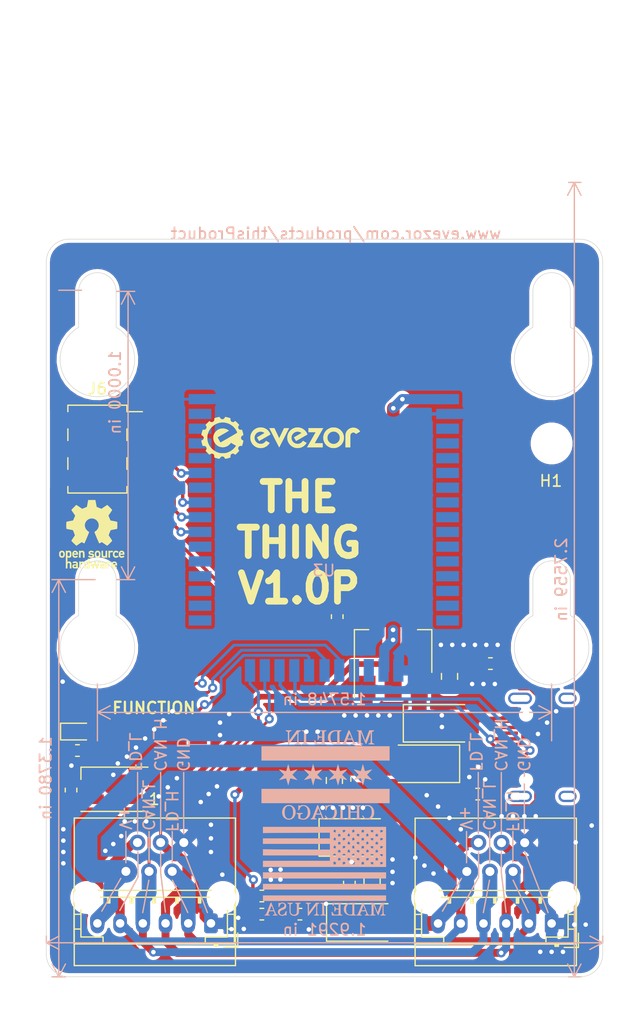
<source format=kicad_pcb>
(kicad_pcb (version 20171130) (host pcbnew "(5.1.5)-3")
  (layers (0 F.Cu signal) (31 B.Cu signal) (34 B.Paste user) (35 F.Paste user) (36 B.SilkS user) (37 F.SilkS user) (38 B.Mask user) (39 F.Mask user) (44 Edge.Cuts user))
  (net 0 "")
  (net 1 "Net-(C1-Pad2)")
  (net 2 "Net-(C1-Pad1)")
  (net 3 "Net-(C2-Pad2)")
  (net 4 GND)
  (net 5 /CAN_H)
  (net 6 /CAN_L)
  (net 7 +3V3)
  (net 8 /FD_H)
  (net 9 /FD_L)
  (net 10 "Net-(D3-Pad1)")
  (net 11 /RESET)
  (net 12 "Net-(U3-Pad19)")
  (net 13 "Net-(U3-Pad16)")
  (net 14 "Net-(U3-Pad28)")
  (net 15 "Net-(U3-Pad15)")
  (net 16 "Net-(U3-Pad14)")
  (net 17 "Net-(U3-Pad13)")
  (net 18 "Net-(U3-Pad12)")
  (net 19 "Net-(U3-Pad11)")
  (net 20 "Net-(U3-Pad10)")
  (net 21 "Net-(U3-Pad9)")
  (net 22 "Net-(U3-Pad8)")
  (net 23 "Net-(U3-Pad7)")
  (net 24 "Net-(U3-Pad6)")
  (net 25 "Net-(U3-Pad5)")
  (net 26 "Net-(U3-Pad29)")
  (net 27 "Net-(U3-Pad30)")
  (net 28 "Net-(U3-Pad31)")
  (net 29 "Net-(U3-Pad32)")
  (net 30 "Net-(U3-Pad33)")
  (net 31 "Net-(U3-Pad37)")
  (net 32 /NEO_STATUS)
  (net 33 "Net-(U3-Pad3)")
  (net 34 "Net-(U3-Pad4)")
  (net 35 "Net-(J1-PadA8)")
  (net 36 "Net-(J1-PadB8)")
  (net 37 "Net-(C3-Pad1)")
  (net 38 /BOOT)
  (net 39 /D+)
  (net 40 /CC2)
  (net 41 /D-)
  (net 42 /CC1)
  (net 43 /VREG_OUT)
  (net 44 /USB_VCC)
  (net 45 /FUNCTION_BUTTON)
  (net 46 "Net-(C8-Pad1)")
  (net 47 /HBT_LED)
  (net 48 "Net-(D6-Pad1)")
  (net 49 VBUS)
  (net 50 /OLED_SCL)
  (net 51 /OLED_SDA)
  (net 52 "Net-(U3-Pad42)")
  (net 53 "Net-(U3-Pad41)")
  (net 54 "Net-(U3-Pad40)")
  (net 55 "Net-(U3-Pad39)")
  (net 56 "Net-(U3-Pad20)")
  (module Connector_PinSocket_2.54mm:PinSocket_2x03_P2.54mm_Vertical_SMD (layer F.Cu) (at 105 104.5)
    (fp_text reference J6 (at 0 -5.31) (layer F.SilkS))
    (fp_text value Conn_02x03_Odd_Even)
    (pad 6 smd rect (at -2.52 2.54) (size 3 1) (layers F.Cu F.Paste F.Mask) (net 7 +3V3))
    (pad 5 smd rect (at 2.52 2.54) (size 3 1) (layers F.Cu F.Paste F.Mask) (net 50 /OLED_SCL))
    (pad 4 smd rect (at -2.52 0) (size 3 1) (layers F.Cu F.Paste F.Mask) (net 51 /OLED_SDA))
    (pad 3 smd rect (at 2.52 0) (size 3 1) (layers F.Cu F.Paste F.Mask) (net 38 /BOOT))
    (pad 2 smd rect (at -2.52 -2.54) (size 3 1) (layers F.Cu F.Paste F.Mask) (net 11 /RESET))
    (pad 1 smd rect (at 2.52 -2.54) (size 3 1) (layers F.Cu F.Paste F.Mask) (net 4 GND))
  )
  (module Evezor_extras:OLED_STANDOFF (layer F.Cu) (at 145 104)
    (fp_text reference H1 (at -0.0635 3.302) (layer F.SilkS))
    (fp_text value MountingHole)
    (pad "" np_thru_hole circle (at 0 0) (size 3.1 3.1) (drill 3.1) (layers *.Cu *.Mask))
  )
  (module Symbol:OSHW-Logo_5.7x6mm_SilkScreen (layer F.Cu) (at 104.5 112)
    (fp_text reference REF** hide)
    (fp_text value OSHW-Logo_5.7x6mm_SilkScreen hide)
  )
  (module Evezor_extras:MADE_IN_CHICAGO (layer B.Cu) (at 125.1 133.2 180)
    (fp_text reference G*** hide)
    (fp_text value LOGO hide)
  )
  (module "Evezor_extras:MADE IN USA" (layer B.Cu) (at 125 141.7 180)
    (fp_text reference G*** hide)
    (fp_text value LOGO hide)
  )
  (module EvezorLIB:LOGO_37 (layer F.Cu) (at 116 103.5)
    (fp_text reference G*** hide)
    (fp_text value LOGO hide)
  )
  (module EvezorLIB:evezor_18 (layer F.Cu) (at 123.3 103.5)
    (fp_text reference G*** hide)
    (fp_text value LOGO hide)
  )
  (module LED_SMD:LED_SK6812MINI_PLCC4_3.5x3.5mm_P1.75mm (layer F.Cu) (at 106.5 134.475 180)
    (fp_text reference D6)
    (fp_text value SK6812MINI)
    (fp_text user 1 (at -3.5 -0.875) (layer F.SilkS))
    (pad 1 smd rect (at -1.75 -0.875 180) (size 1.6 0.85) (layers F.Cu F.Paste F.Mask) (net 48 "Net-(D6-Pad1)"))
    (pad 2 smd rect (at -1.75 0.875 180) (size 1.6 0.85) (layers F.Cu F.Paste F.Mask) (net 4 GND))
    (pad 4 smd rect (at 1.75 -0.875 180) (size 1.6 0.85) (layers F.Cu F.Paste F.Mask) (net 7 +3V3))
    (pad 3 smd rect (at 1.75 0.875 180) (size 1.6 0.85) (layers F.Cu F.Paste F.Mask) (net 32 /NEO_STATUS))
  )
  (module EvezorLIB:USB_C_Receptacle_HRO_TYPE-C-31-M-12 (layer F.Cu) (at 145.35 130.78 90)
    (fp_text reference J1)
    (fp_text value USB_C_Receptacle_USB2.0)
    (pad B1 smd rect (at 3.25 -4.045 90) (size 0.6 1.45) (layers F.Cu F.Paste F.Mask) (net 4 GND))
    (pad A9 smd rect (at 2.45 -4.045 90) (size 0.6 1.45) (layers F.Cu F.Paste F.Mask) (net 44 /USB_VCC))
    (pad B9 smd rect (at -2.45 -4.045 90) (size 0.6 1.45) (layers F.Cu F.Paste F.Mask) (net 44 /USB_VCC))
    (pad B12 smd rect (at -3.25 -4.045 90) (size 0.6 1.45) (layers F.Cu F.Paste F.Mask) (net 4 GND))
    (pad A1 smd rect (at -3.25 -4.045 90) (size 0.6 1.45) (layers F.Cu F.Paste F.Mask) (net 4 GND))
    (pad A4 smd rect (at -2.45 -4.045 90) (size 0.6 1.45) (layers F.Cu F.Paste F.Mask) (net 44 /USB_VCC))
    (pad B4 smd rect (at 2.45 -4.045 90) (size 0.6 1.45) (layers F.Cu F.Paste F.Mask) (net 44 /USB_VCC))
    (pad A12 smd rect (at 3.25 -4.045 90) (size 0.6 1.45) (layers F.Cu F.Paste F.Mask) (net 4 GND))
    (pad B8 smd rect (at -1.75 -4.045 90) (size 0.3 1.45) (layers F.Cu F.Paste F.Mask) (net 36 "Net-(J1-PadB8)"))
    (pad A5 smd rect (at -1.25 -4.045 90) (size 0.3 1.45) (layers F.Cu F.Paste F.Mask) (net 42 /CC1))
    (pad B7 smd rect (at -0.75 -4.045 90) (size 0.3 1.45) (layers F.Cu F.Paste F.Mask) (net 41 /D-))
    (pad A7 smd rect (at 0.25 -4.045 90) (size 0.3 1.45) (layers F.Cu F.Paste F.Mask) (net 41 /D-))
    (pad B6 smd rect (at 0.75 -4.045 90) (size 0.3 1.45) (layers F.Cu F.Paste F.Mask) (net 39 /D+))
    (pad A8 smd rect (at 1.25 -4.045 90) (size 0.3 1.45) (layers F.Cu F.Paste F.Mask) (net 35 "Net-(J1-PadA8)"))
    (pad B5 smd rect (at 1.75 -4.045 90) (size 0.3 1.45) (layers F.Cu F.Paste F.Mask) (net 40 /CC2))
    (pad A6 smd rect (at -0.25 -4.045 90) (size 0.3 1.45) (layers F.Cu F.Paste F.Mask) (net 39 /D+))
    (pad "" thru_hole oval (at 4.32 -3.13 90) (size 1 2.1) (drill oval 0.6 1.7) (layers *.Cu *.Mask))
    (pad "" thru_hole oval (at -4.32 -3.13 90) (size 1 2.1) (drill oval 0.6 1.7) (layers *.Cu *.Mask))
    (pad "" np_thru_hole circle (at -2.89 -2.6 90) (size 0.65 0.65) (drill 0.65) (layers *.Cu *.Mask))
    (pad "" thru_hole oval (at -4.32 1.05 90) (size 1 1.6) (drill oval 0.6 1.2) (layers *.Cu *.Mask))
    (pad "" np_thru_hole circle (at 2.89 -2.6 90) (size 0.65 0.65) (drill 0.65) (layers *.Cu *.Mask))
    (pad "" thru_hole oval (at 4.32 1.05 90) (size 1 1.6) (drill oval 0.6 1.2) (layers *.Cu *.Mask))
  )
  (module EvezorLIB:EDGE_STAMP (layer B.Cu) (at 124.94 123.6 180)
    (fp_text reference U3 (at 0 8.4) (layer B.SilkS) (effects (justify mirror)))
    (fp_text value EDGE_STM32F405_CPU_V1)
    (pad 43 smd custom (at 10.9 23.5 90) (size 0.9 2) (layers B.Cu B.Paste B.Mask) (net 4 GND) (options (clearance outline) (anchor rect)) (primitives))
    (pad 42 smd custom (at 10.9 22.2 90) (size 0.9 2) (layers B.Cu B.Paste B.Mask) (net 52 "Net-(U3-Pad42)") (options (clearance outline) (anchor rect)) (primitives))
    (pad 41 smd custom (at 10.9 20.9 90) (size 0.9 2) (layers B.Cu B.Paste B.Mask) (net 53 "Net-(U3-Pad41)") (options (clearance outline) (anchor rect)) (primitives))
    (pad 40 smd custom (at 10.9 19.6 90) (size 0.9 2) (layers B.Cu B.Paste B.Mask) (net 54 "Net-(U3-Pad40)") (options (clearance outline) (anchor rect)) (primitives))
    (pad 39 smd custom (at 10.9 18.3 90) (size 0.9 2) (layers B.Cu B.Paste B.Mask) (net 55 "Net-(U3-Pad39)") (options (clearance outline) (anchor rect)) (primitives))
    (pad 38 smd custom (at 10.9 17 90) (size 0.9 2) (layers B.Cu B.Paste B.Mask) (net 11 /RESET) (options (clearance outline) (anchor rect)) (primitives))
    (pad 37 smd custom (at 10.9 15.7 90) (size 0.9 2) (layers B.Cu B.Paste B.Mask) (net 31 "Net-(U3-Pad37)") (options (clearance outline) (anchor rect)) (primitives))
    (pad 36 smd custom (at 10.9 14.4 90) (size 0.9 2) (layers B.Cu B.Paste B.Mask) (net 38 /BOOT) (options (clearance outline) (anchor rect)) (primitives))
    (pad 35 smd custom (at 10.9 13.1 90) (size 0.9 2) (layers B.Cu B.Paste B.Mask) (net 51 /OLED_SDA) (options (clearance outline) (anchor rect)) (primitives))
    (pad 34 smd custom (at 10.9 11.8 90) (size 0.9 2) (layers B.Cu B.Paste B.Mask) (net 50 /OLED_SCL) (options (clearance outline) (anchor rect)) (primitives))
    (pad 33 smd custom (at 10.9 10.5 90) (size 0.9 2) (layers B.Cu B.Paste B.Mask) (net 30 "Net-(U3-Pad33)") (options (clearance outline) (anchor rect)) (primitives))
    (pad 32 smd custom (at 10.9 9.2 90) (size 0.9 2) (layers B.Cu B.Paste B.Mask) (net 29 "Net-(U3-Pad32)") (options (clearance outline) (anchor rect)) (primitives))
    (pad 31 smd custom (at 10.9 7.9 90) (size 0.9 2) (layers B.Cu B.Paste B.Mask) (net 28 "Net-(U3-Pad31)") (options (clearance outline) (anchor rect)) (primitives))
    (pad 30 smd custom (at 10.9 6.6 90) (size 0.9 2) (layers B.Cu B.Paste B.Mask) (net 27 "Net-(U3-Pad30)") (options (clearance outline) (anchor rect)) (primitives))
    (pad 29 smd custom (at 10.9 5.3 90) (size 0.9 2) (layers B.Cu B.Paste B.Mask) (net 26 "Net-(U3-Pad29)") (options (clearance outline) (anchor rect)) (primitives))
    (pad 1 smd custom (at -10.9 23.5 90) (size 0.9 2) (layers B.Cu B.Paste B.Mask) (net 7 +3V3) (options (clearance outline) (anchor rect)) (primitives))
    (pad 2 smd custom (at -10.9 22.2 90) (size 0.9 2) (layers B.Cu B.Paste B.Mask) (net 4 GND) (options (clearance outline) (anchor rect)) (primitives))
    (pad 3 smd custom (at -10.9 20.9 90) (size 0.9 2) (layers B.Cu B.Paste B.Mask) (net 33 "Net-(U3-Pad3)") (options (clearance outline) (anchor rect)) (primitives))
    (pad 4 smd custom (at -10.9 19.6 90) (size 0.9 2) (layers B.Cu B.Paste B.Mask) (net 34 "Net-(U3-Pad4)") (options (clearance outline) (anchor rect)) (primitives))
    (pad 5 smd custom (at -10.9 18.3 90) (size 0.9 2) (layers B.Cu B.Paste B.Mask) (net 25 "Net-(U3-Pad5)") (options (clearance outline) (anchor rect)) (primitives))
    (pad 6 smd custom (at -10.9 17 90) (size 0.9 2) (layers B.Cu B.Paste B.Mask) (net 24 "Net-(U3-Pad6)") (options (clearance outline) (anchor rect)) (primitives))
    (pad 7 smd custom (at -10.9 15.7 90) (size 0.9 2) (layers B.Cu B.Paste B.Mask) (net 23 "Net-(U3-Pad7)") (options (clearance outline) (anchor rect)) (primitives))
    (pad 8 smd custom (at -10.9 14.4 90) (size 0.9 2) (layers B.Cu B.Paste B.Mask) (net 22 "Net-(U3-Pad8)") (options (clearance outline) (anchor rect)) (primitives))
    (pad 9 smd custom (at -10.9 13.1 90) (size 0.9 2) (layers B.Cu B.Paste B.Mask) (net 21 "Net-(U3-Pad9)") (options (clearance outline) (anchor rect)) (primitives))
    (pad 10 smd custom (at -10.9 11.8 90) (size 0.9 2) (layers B.Cu B.Paste B.Mask) (net 20 "Net-(U3-Pad10)") (options (clearance outline) (anchor rect)) (primitives))
    (pad 11 smd custom (at -10.9 10.5 90) (size 0.9 2) (layers B.Cu B.Paste B.Mask) (net 19 "Net-(U3-Pad11)") (options (clearance outline) (anchor rect)) (primitives))
    (pad 12 smd custom (at -10.9 9.2 90) (size 0.9 2) (layers B.Cu B.Paste B.Mask) (net 18 "Net-(U3-Pad12)") (options (clearance outline) (anchor rect)) (primitives))
    (pad 13 smd custom (at -10.9 7.9 90) (size 0.9 2) (layers B.Cu B.Paste B.Mask) (net 17 "Net-(U3-Pad13)") (options (clearance outline) (anchor rect)) (primitives))
    (pad 14 smd custom (at -10.9 6.6 90) (size 0.9 2) (layers B.Cu B.Paste B.Mask) (net 16 "Net-(U3-Pad14)") (options (clearance outline) (anchor rect)) (primitives))
    (pad 15 smd custom (at -10.9 5.3 90) (size 0.9 2) (layers B.Cu B.Paste B.Mask) (net 15 "Net-(U3-Pad15)") (options (clearance outline) (anchor rect)) (primitives))
    (pad 28 smd custom (at 10.9 4 90) (size 0.9 2) (layers B.Cu B.Paste B.Mask) (net 14 "Net-(U3-Pad28)") (options (clearance outline) (anchor rect)) (primitives))
    (pad 16 smd custom (at -10.9 4 90) (size 0.9 2) (layers B.Cu B.Paste B.Mask) (net 13 "Net-(U3-Pad16)") (options (clearance outline) (anchor rect)) (primitives))
    (pad 27 smd custom (at 6.5 -0.4 180) (size 0.9 2) (layers B.Cu B.Paste B.Mask) (net 6 /CAN_L) (options (clearance outline) (anchor rect)) (primitives))
    (pad 26 smd custom (at 5.2 -0.4 180) (size 0.9 2) (layers B.Cu B.Paste B.Mask) (net 5 /CAN_H) (options (clearance outline) (anchor rect)) (primitives))
    (pad 25 smd custom (at 3.9 -0.4 180) (size 0.9 2) (layers B.Cu B.Paste B.Mask) (net 39 /D+) (options (clearance outline) (anchor rect)) (primitives))
    (pad 24 smd custom (at 2.6 -0.4 180) (size 0.9 2) (layers B.Cu B.Paste B.Mask) (net 41 /D-) (options (clearance outline) (anchor rect)) (primitives))
    (pad 23 smd custom (at 1.3 -0.4 180) (size 0.9 2) (layers B.Cu B.Paste B.Mask) (net 45 /FUNCTION_BUTTON) (options (clearance outline) (anchor rect)) (primitives))
    (pad 22 smd custom (at -0.06 -0.4 180) (size 0.9 2) (layers B.Cu B.Paste B.Mask) (net 32 /NEO_STATUS) (options (clearance outline) (anchor rect)) (primitives))
    (pad 21 smd custom (at -1.36 -0.4 180) (size 0.9 2) (layers B.Cu B.Paste B.Mask) (net 47 /HBT_LED) (options (clearance outline) (anchor rect)) (primitives))
    (pad 20 smd custom (at -2.66 -0.4 180) (size 0.9 2) (layers B.Cu B.Paste B.Mask) (net 56 "Net-(U3-Pad20)") (options (clearance outline) (anchor rect)) (primitives))
    (pad 19 smd custom (at -3.96 -0.4 180) (size 0.9 2) (layers B.Cu B.Paste B.Mask) (net 12 "Net-(U3-Pad19)") (options (clearance outline) (anchor rect)) (primitives))
    (pad 18 smd custom (at -5.26 -0.4 180) (size 0.9 2) (layers B.Cu B.Paste B.Mask) (net 7 +3V3) (options (clearance outline) (anchor rect)) (primitives))
    (pad 17 smd custom (at -6.56 -0.4 180) (size 0.9 2) (layers B.Cu B.Paste B.Mask) (net 4 GND) (options (clearance outline) (anchor rect)) (primitives))
  )
  (module Capacitor_SMD:C_0603_1608Metric (layer F.Cu) (at 102.68 134.5425 270)
    (fp_text reference C9)
    (fp_text value C_Small)
    (pad 2 smd roundrect (at 0.7875 0 270) (size 0.875 0.95) (layers F.Cu F.Paste F.Mask) (net 7 +3V3))
    (pad 1 smd roundrect (at -0.7875 0 270) (size 0.875 0.95) (layers F.Cu F.Paste F.Mask) (net 4 GND))
  )
  (module Connector_JST:JST_PH_B6B-PH-K_1x06_P2.00mm_Vertical (layer F.Cu) (at 115 146.29 180)
    (fp_text reference J5)
    (fp_text value PH)
    (pad 6 thru_hole oval (at 10 0 180) (size 1.2 1.75) (drill 0.75) (layers *.Cu *.Mask) (net 49 VBUS))
    (pad 5 thru_hole oval (at 8 0 180) (size 1.2 1.75) (drill 0.75) (layers *.Cu *.Mask) (net 9 /FD_L))
    (pad 4 thru_hole oval (at 6 0 180) (size 1.2 1.75) (drill 0.75) (layers *.Cu *.Mask) (net 6 /CAN_L))
    (pad 3 thru_hole oval (at 4 0 180) (size 1.2 1.75) (drill 0.75) (layers *.Cu *.Mask) (net 5 /CAN_H))
    (pad 2 thru_hole oval (at 2 0 180) (size 1.2 1.75) (drill 0.75) (layers *.Cu *.Mask) (net 8 /FD_H))
    (pad 1 thru_hole roundrect (at 0 0 180) (size 1.2 1.75) (drill 0.75) (layers *.Cu *.Mask) (roundrect_rratio 0.208333) (net 4 GND))
  )
  (module Capacitor_SMD:C_0603_1608Metric (layer F.Cu) (at 127.83 133.5975 270)
    (fp_text reference C5)
    (fp_text value .1uF)
    (pad 2 smd roundrect (at 0.7875 0 270) (size 0.875 0.95) (layers F.Cu F.Paste F.Mask) (net 4 GND))
    (pad 1 smd roundrect (at -0.7875 0 270) (size 0.875 0.95) (layers F.Cu F.Paste F.Mask) (net 43 /VREG_OUT))
  )
  (module Capacitor_SMD:C_0805_2012Metric (layer F.Cu) (at 125.87 133.7 270)
    (fp_text reference C6)
    (fp_text value 22uF)
    (pad 2 smd roundrect (at 0.9375 0 270) (size 0.975 1.4) (layers F.Cu F.Paste F.Mask) (net 4 GND))
    (pad 1 smd roundrect (at -0.9375 0 270) (size 0.975 1.4) (layers F.Cu F.Paste F.Mask) (net 43 /VREG_OUT))
  )
  (module Capacitor_SMD:C_0603_1608Metric (layer F.Cu) (at 122.5625 139.71 180)
    (fp_text reference C1)
    (fp_text value .1uF)
    (pad 2 smd roundrect (at 0.7875 0 180) (size 0.875 0.95) (layers F.Cu F.Paste F.Mask) (net 1 "Net-(C1-Pad2)"))
    (pad 1 smd roundrect (at -0.7875 0 180) (size 0.875 0.95) (layers F.Cu F.Paste F.Mask) (net 2 "Net-(C1-Pad1)"))
  )
  (module Capacitor_SMD:C_0603_1608Metric (layer F.Cu) (at 119.4825 143.88)
    (fp_text reference C2)
    (fp_text value .1uF)
    (pad 2 smd roundrect (at 0.7875 0) (size 0.875 0.95) (layers F.Cu F.Paste F.Mask) (net 3 "Net-(C2-Pad2)"))
    (pad 1 smd roundrect (at -0.7875 0) (size 0.875 0.95) (layers F.Cu F.Paste F.Mask) (net 43 /VREG_OUT))
  )
  (module Capacitor_SMD:C_0805_2012Metric (layer F.Cu) (at 129.19 142.5975 90)
    (fp_text reference C4)
    (fp_text value 4.7uF)
    (pad 2 smd roundrect (at 0.9375 0 90) (size 0.975 1.4) (layers F.Cu F.Paste F.Mask) (net 4 GND))
    (pad 1 smd roundrect (at -0.9375 0 90) (size 0.975 1.4) (layers F.Cu F.Paste F.Mask) (net 37 "Net-(C3-Pad1)"))
  )
  (module EvezorLIB:RJ11_C189747_Horizontal (layer F.Cu) (at 140.079999 141.719999 180)
    (fp_text reference J2)
    (fp_text value RJ11)
    (pad "" np_thru_hole circle (at 6 -2.3) (size 2.3 2.3) (drill 2.3) (layers *.Cu *.Mask))
    (pad "" np_thru_hole circle (at -6 -2.3 180) (size 2.3 2.3) (drill 2.3) (layers *.Cu *.Mask))
    (pad 5 thru_hole circle (at 1.53 2.54 180) (size 1.39 1.39) (drill 0.79) (layers *.Cu *.Mask) (net 9 /FD_L))
    (pad 3 thru_hole circle (at -0.51 2.54 180) (size 1.39 1.39) (drill 0.79) (layers *.Cu *.Mask) (net 5 /CAN_H))
    (pad 1 thru_hole circle (at -2.55 2.54 180) (size 1.39 1.39) (drill 0.79) (layers *.Cu *.Mask) (net 4 GND))
    (pad 6 thru_hole circle (at 2.55 0 180) (size 1.39 1.39) (drill 0.79) (layers *.Cu *.Mask) (net 49 VBUS))
    (pad 4 thru_hole circle (at 0.51 0 180) (size 1.39 1.39) (drill 0.79) (layers *.Cu *.Mask) (net 6 /CAN_L))
    (pad 2 thru_hole circle (at -1.53 0 180) (size 1.39 1.39) (drill 0.79) (layers *.Cu *.Mask) (net 8 /FD_H))
  )
  (module EvezorLIB:RJ11_C189747_Horizontal (layer F.Cu) (at 110.059999 141.709999 180)
    (fp_text reference J3)
    (fp_text value RJ11)
    (pad "" np_thru_hole circle (at 6 -2.3) (size 2.3 2.3) (drill 2.3) (layers *.Cu *.Mask))
    (pad "" np_thru_hole circle (at -6 -2.3 180) (size 2.3 2.3) (drill 2.3) (layers *.Cu *.Mask))
    (pad 5 thru_hole circle (at 1.53 2.54 180) (size 1.39 1.39) (drill 0.79) (layers *.Cu *.Mask) (net 9 /FD_L))
    (pad 3 thru_hole circle (at -0.51 2.54 180) (size 1.39 1.39) (drill 0.79) (layers *.Cu *.Mask) (net 5 /CAN_H))
    (pad 1 thru_hole circle (at -2.55 2.54 180) (size 1.39 1.39) (drill 0.79) (layers *.Cu *.Mask) (net 4 GND))
    (pad 6 thru_hole circle (at 2.55 0 180) (size 1.39 1.39) (drill 0.79) (layers *.Cu *.Mask) (net 49 VBUS))
    (pad 4 thru_hole circle (at 0.51 0 180) (size 1.39 1.39) (drill 0.79) (layers *.Cu *.Mask) (net 6 /CAN_L))
    (pad 2 thru_hole circle (at -1.53 0 180) (size 1.39 1.39) (drill 0.79) (layers *.Cu *.Mask) (net 8 /FD_H))
  )
  (module Connector_JST:JST_PH_B6B-PH-K_1x06_P2.00mm_Vertical (layer F.Cu) (at 145 146.3 180)
    (fp_text reference J4)
    (fp_text value PH)
    (pad 6 thru_hole oval (at 10 0 180) (size 1.2 1.75) (drill 0.75) (layers *.Cu *.Mask) (net 49 VBUS))
    (pad 5 thru_hole oval (at 8 0 180) (size 1.2 1.75) (drill 0.75) (layers *.Cu *.Mask) (net 9 /FD_L))
    (pad 4 thru_hole oval (at 6 0 180) (size 1.2 1.75) (drill 0.75) (layers *.Cu *.Mask) (net 6 /CAN_L))
    (pad 3 thru_hole oval (at 4 0 180) (size 1.2 1.75) (drill 0.75) (layers *.Cu *.Mask) (net 5 /CAN_H))
    (pad 2 thru_hole oval (at 2 0 180) (size 1.2 1.75) (drill 0.75) (layers *.Cu *.Mask) (net 8 /FD_H))
    (pad 1 thru_hole roundrect (at 0 0 180) (size 1.2 1.75) (drill 0.75) (layers *.Cu *.Mask) (roundrect_rratio 0.208333) (net 4 GND))
  )
  (module Resistor_SMD:R_0603_1608Metric (layer F.Cu) (at 122.8375 145.48 180)
    (fp_text reference R1)
    (fp_text value 15k)
    (pad 2 smd roundrect (at 0.7875 0 180) (size 0.875 0.95) (layers F.Cu F.Paste F.Mask) (net 3 "Net-(C2-Pad2)"))
    (pad 1 smd roundrect (at -0.7875 0 180) (size 0.875 0.95) (layers F.Cu F.Paste F.Mask) (net 4 GND))
  )
  (module Resistor_SMD:R_0603_1608Metric (layer F.Cu) (at 119.4825 145.48)
    (fp_text reference R2)
    (fp_text value 82k)
    (pad 2 smd roundrect (at 0.7875 0) (size 0.875 0.95) (layers F.Cu F.Paste F.Mask) (net 3 "Net-(C2-Pad2)"))
    (pad 1 smd roundrect (at -0.7875 0) (size 0.875 0.95) (layers F.Cu F.Paste F.Mask) (net 43 /VREG_OUT))
  )
  (module Package_TO_SOT_SMD:SOT-23-6 (layer F.Cu) (at 123.65 142.46)
    (fp_text reference U1)
    (fp_text value SY8401ABC)
    (pad 5 smd rect (at 1.1 0) (size 1.06 0.65) (layers F.Cu F.Paste F.Mask) (net 37 "Net-(C3-Pad1)"))
    (pad 6 smd rect (at 1.1 -0.95) (size 1.06 0.65) (layers F.Cu F.Paste F.Mask) (net 2 "Net-(C1-Pad1)"))
    (pad 4 smd rect (at 1.1 0.95) (size 1.06 0.65) (layers F.Cu F.Paste F.Mask) (net 37 "Net-(C3-Pad1)"))
    (pad 3 smd rect (at -1.1 0.95) (size 1.06 0.65) (layers F.Cu F.Paste F.Mask) (net 3 "Net-(C2-Pad2)"))
    (pad 2 smd rect (at -1.1 0) (size 1.06 0.65) (layers F.Cu F.Paste F.Mask) (net 4 GND))
    (pad 1 smd rect (at -1.1 -0.95) (size 1.06 0.65) (layers F.Cu F.Paste F.Mask) (net 1 "Net-(C1-Pad2)"))
  )
  (module Capacitor_SMD:C_0603_1608Metric (layer F.Cu) (at 127.19 142.7475 90)
    (fp_text reference C3)
    (fp_text value .1uF)
    (pad 2 smd roundrect (at 0.7875 0 90) (size 0.875 0.95) (layers F.Cu F.Paste F.Mask) (net 4 GND))
    (pad 1 smd roundrect (at -0.7875 0 90) (size 0.875 0.95) (layers F.Cu F.Paste F.Mask) (net 37 "Net-(C3-Pad1)"))
  )
  (module Diode_SMD:D_SMA (layer F.Cu) (at 127.92 138.72)
    (fp_text reference D1)
    (fp_text value SX35_SCHOTTKY)
    (pad 2 smd rect (at 2 0) (size 2.5 1.8) (layers F.Cu F.Paste F.Mask) (net 4 GND))
    (pad 1 smd rect (at -2 0) (size 2.5 1.8) (layers F.Cu F.Paste F.Mask) (net 2 "Net-(C1-Pad1)"))
  )
  (module LED_SMD:LED_0603_1608Metric (layer F.Cu) (at 103.2425 129.39)
    (fp_text reference D3)
    (fp_text value LED)
    (pad 2 smd roundrect (at 0.7875 0) (size 0.875 0.95) (layers F.Cu F.Paste F.Mask) (net 47 /HBT_LED))
    (pad 1 smd roundrect (at -0.7875 0) (size 0.875 0.95) (layers F.Cu F.Paste F.Mask) (net 10 "Net-(D3-Pad1)"))
  )
  (module EvezorLIB:INDUCTOR_7.5X6.6_GCDA0630-220MC (layer F.Cu) (at 120.84 134.845 90)
    (fp_text reference L1)
    (fp_text value 22uH)
    (pad 2 smd rect (at 2.695 0 90) (size 1.98 3.43) (layers F.Cu F.Paste F.Mask) (net 43 /VREG_OUT))
    (pad 1 smd rect (at -2.695 0 90) (size 1.98 3.43) (layers F.Cu F.Paste F.Mask) (net 2 "Net-(C1-Pad1)"))
  )
  (module Resistor_SMD:R_0603_1608Metric (layer F.Cu) (at 103.2425 131.06 180)
    (fp_text reference R5)
    (fp_text value 15k)
    (pad 2 smd roundrect (at 0.7875 0 180) (size 0.875 0.95) (layers F.Cu F.Paste F.Mask) (net 10 "Net-(D3-Pad1)"))
    (pad 1 smd roundrect (at -0.7875 0 180) (size 0.875 0.95) (layers F.Cu F.Paste F.Mask) (net 4 GND))
  )
  (module Package_TO_SOT_SMD:SOT-223-3_TabPin2 (layer F.Cu) (at 131.04 122.32 90)
    (fp_text reference U2)
    (fp_text value AMS1117-3.3)
    (pad 1 smd rect (at -3.15 -2.3 90) (size 2 1.5) (layers F.Cu F.Paste F.Mask) (net 4 GND))
    (pad 3 smd rect (at -3.15 2.3 90) (size 2 1.5) (layers F.Cu F.Paste F.Mask) (net 46 "Net-(C8-Pad1)"))
    (pad 2 smd rect (at -3.15 0 90) (size 2 1.5) (layers F.Cu F.Paste F.Mask) (net 7 +3V3))
    (pad 2 smd rect (at 3.15 0 90) (size 2 3.8) (layers F.Cu F.Paste F.Mask) (net 7 +3V3))
  )
  (module Diode_SMD:D_SMA (layer F.Cu) (at 128.58 146.21)
    (fp_text reference D2)
    (fp_text value SX35_SCHOTTKY)
    (pad 1 smd rect (at -2 0) (size 2.5 1.8) (layers F.Cu F.Paste F.Mask) (net 37 "Net-(C3-Pad1)"))
    (pad 2 smd rect (at 2 0) (size 2.5 1.8) (layers F.Cu F.Paste F.Mask) (net 49 VBUS))
  )
  (module Resistor_SMD:R_0603_1608Metric (layer F.Cu) (at 139.6125 123.4 180)
    (fp_text reference R3)
    (fp_text value 5.1k)
    (pad 2 smd roundrect (at 0.7875 0 180) (size 0.875 0.95) (layers F.Cu F.Paste F.Mask) (net 4 GND))
    (pad 1 smd roundrect (at -0.7875 0 180) (size 0.875 0.95) (layers F.Cu F.Paste F.Mask) (net 40 /CC2))
  )
  (module Resistor_SMD:R_0603_1608Metric (layer F.Cu) (at 138.4875 134.9 180)
    (fp_text reference R4)
    (fp_text value 5.1k)
    (pad 1 smd roundrect (at -0.7875 0 180) (size 0.875 0.95) (layers F.Cu F.Paste F.Mask) (net 42 /CC1))
    (pad 2 smd roundrect (at 0.7875 0 180) (size 0.875 0.95) (layers F.Cu F.Paste F.Mask) (net 4 GND))
  )
  (module Diode_SMD:D_SMA (layer F.Cu) (at 135.34 128.66)
    (fp_text reference D4)
    (fp_text value SX35_SCHOTTKY)
    (pad 2 smd rect (at 2 0) (size 2.5 1.8) (layers F.Cu F.Paste F.Mask) (net 44 /USB_VCC))
    (pad 1 smd rect (at -2 0) (size 2.5 1.8) (layers F.Cu F.Paste F.Mask) (net 46 "Net-(C8-Pad1)"))
  )
  (module Diode_SMD:D_SMA (layer F.Cu) (at 133.5 132.23 180)
    (fp_text reference D5)
    (fp_text value SX35_SCHOTTKY)
    (pad 1 smd rect (at -2 0 180) (size 2.5 1.8) (layers F.Cu F.Paste F.Mask) (net 46 "Net-(C8-Pad1)"))
    (pad 2 smd rect (at 2 0 180) (size 2.5 1.8) (layers F.Cu F.Paste F.Mask) (net 43 /VREG_OUT))
  )
  (module EvezorLIB:SWITCH_2x3_SMD_TACTILE_GREEN (layer F.Cu) (at 110.05 129.9 180)
    (fp_text reference SW1)
    (fp_text value SW_Push)
    (pad 1 smd rect (at -3.85 0 180) (size 1.5 1.2) (layers F.Cu F.Paste F.Mask) (net 45 /FUNCTION_BUTTON))
    (pad 2 smd rect (at 3.85 0 180) (size 1.5 1.2) (layers F.Cu F.Paste F.Mask) (net 4 GND))
  )
  (module Capacitor_SMD:C_0805_2012Metric (layer F.Cu) (at 136.01 124.5275 90)
    (fp_text reference C8)
    (fp_text value 10uF)
    (pad 1 smd roundrect (at -0.9375 0 90) (size 0.975 1.4) (layers F.Cu F.Paste F.Mask) (net 46 "Net-(C8-Pad1)"))
    (pad 2 smd roundrect (at 0.9375 0 90) (size 0.975 1.4) (layers F.Cu F.Paste F.Mask) (net 4 GND))
  )
  (module Capacitor_SMD:C_0603_1608Metric (layer F.Cu) (at 126.12 119.2625 270)
    (fp_text reference C10)
    (fp_text value .1uF)
    (pad 1 smd roundrect (at -0.7875 0 270) (size 0.875 0.95) (layers F.Cu F.Paste F.Mask) (net 7 +3V3))
    (pad 2 smd roundrect (at 0.7875 0 270) (size 0.875 0.95) (layers F.Cu F.Paste F.Mask) (net 4 GND))
  )
  (gr_line (start 105 127.1) (end 105 125.2) (layer B.SilkS) (width 0.12))
  (gr_line (start 145 127.1) (end 145 125.2) (layer B.SilkS) (width 0.12))
  (gr_text "THE\nTHING\nV1.0P" (at 122.75 112.75) (layer F.SilkS) (effects (font (size 2.5 2.5) (thickness 0.6))))
  (gr_arc (start 105.000001 115.999999) (end 106.650001 115.999999) (angle -180) (layer Edge.Cuts) (width 0.05))
  (gr_line (start 103.35 119.163729) (end 103.35 115.999999) (layer Edge.Cuts) (width 0.05))
  (gr_arc (start 105 121.999999) (end 103.35 119.163729) (angle -299.6226003) (layer Edge.Cuts) (width 0.05))
  (gr_line (start 106.650001 119.163729) (end 106.650001 115.999999) (layer Edge.Cuts) (width 0.05))
  (gr_arc (start 102.500001 149) (end 100.500001 149) (angle -90) (layer Edge.Cuts) (width 0.05))
  (gr_line (start 100.500001 149) (end 100.5 88) (layer Edge.Cuts) (width 0.05))
  (gr_arc (start 102.5 88.000001) (end 102.5 86) (angle -90) (layer Edge.Cuts) (width 0.05))
  (gr_line (start 102.5 86) (end 147.5 86) (layer Edge.Cuts) (width 0.05))
  (gr_arc (start 147.5 88) (end 149.5 88) (angle -90) (layer Edge.Cuts) (width 0.05))
  (gr_line (start 149.5 149) (end 149.5 88) (layer Edge.Cuts) (width 0.05))
  (gr_arc (start 147.5 148.999999) (end 147.5 150.999999) (angle -90) (layer Edge.Cuts) (width 0.05))
  (gr_line (start 102.500001 151) (end 147.5 151) (layer Edge.Cuts) (width 0.05))
  (gr_arc (start 145 115.999999) (end 146.65 115.999999) (angle -180) (layer Edge.Cuts) (width 0.05))
  (gr_line (start 143.349999 119.163729) (end 143.35 115.999999) (layer Edge.Cuts) (width 0.05))
  (gr_arc (start 145 121.999999) (end 143.349999 119.163729) (angle -299.6226003) (layer Edge.Cuts) (width 0.05))
  (gr_line (start 146.65 119.163729) (end 146.65 115.999999) (layer Edge.Cuts) (width 0.05))
  (gr_arc (start 105 90.6) (end 106.65 90.6) (angle -180) (layer Edge.Cuts) (width 0.05))
  (gr_line (start 103.35 93.76373) (end 103.35 90.6) (layer Edge.Cuts) (width 0.05))
  (gr_arc (start 105 96.6) (end 103.35 93.76373) (angle -299.6226003) (layer Edge.Cuts) (width 0.05))
  (gr_line (start 106.65 93.76373) (end 106.65 90.6) (layer Edge.Cuts) (width 0.05))
  (gr_arc (start 144.999999 90.6) (end 146.65 90.6) (angle -180) (layer Edge.Cuts) (width 0.05))
  (gr_line (start 143.349999 93.76373) (end 143.349999 90.6) (layer Edge.Cuts) (width 0.05))
  (gr_arc (start 144.999999 96.6) (end 143.349999 93.76373) (angle -299.6226003) (layer Edge.Cuts) (width 0.05))
  (gr_line (start 146.649999 93.76373) (end 146.649999 90.6) (layer Edge.Cuts) (width 0.05))
  (dimension 69.999999 (width 0.12) (layer B.SilkS) (gr_text "70.000 mm" (at 148.27 115.999999 270) (layer B.SilkS) (effects (font (size 1 1) (thickness 0.15)) (justify mirror))) (feature1 (pts (xy 146.5 150.999999) (xy 147.586421 150.999999))) (feature2 (pts (xy 146.5 81) (xy 147.586421 81))) (crossbar (pts (xy 147 81) (xy 147 150.999999))) (arrow1a (pts (xy 147 150.999999) (xy 146.413579 149.873495))) (arrow1b (pts (xy 147 150.999999) (xy 147.586421 149.873495))) (arrow2a (pts (xy 147 81) (xy 146.413579 82.126504))) (arrow2b (pts (xy 147 81) (xy 147.586421 82.126504))))
  (gr_line (start 101.6 116) (end 104.8 116) (layer B.SilkS) (width 0.12))
  (gr_line (start 101.6 90.500001) (end 103.6 90.5) (layer B.SilkS) (width 0.12))
  (gr_text FUNCTION (at 109.97 127.31) (layer F.SilkS) (effects (font (size 1 1) (thickness 0.2))))
  (gr_text "GND\n" (at 112.53 131.4 270) (layer B.SilkS) (effects (font (size 1 1)) (justify mirror)))
  (gr_text "FD_H\n" (at 111.54 136.4 270) (layer B.SilkS) (effects (font (size 1 1)) (justify mirror)))
  (gr_text V+ (at 107.45 136.99 270) (layer B.SilkS) (effects (font (size 1 1)) (justify mirror)))
  (gr_text CAN_L (at 109.48 135.89 270) (layer B.SilkS) (effects (font (size 1 1)) (justify mirror)))
  (gr_text "FD_L\n" (at 108.32 131.2 -90) (layer B.SilkS) (effects (font (size 1 1)) (justify mirror)))
  (gr_text CAN_H (at 110.51 130.55 270) (layer B.SilkS) (effects (font (size 1 1)) (justify mirror)))
  (gr_line (start 110.57 138.4) (end 110.57 133) (layer B.SilkS) (width 0.12))
  (gr_line (start 112.96 145.33) (end 111.61 142.49) (layer B.SilkS) (width 0.12))
  (gr_line (start 114.69 145.34) (end 112.63 139.97) (layer B.SilkS) (width 0.12))
  (gr_line (start 111.59 140.89) (end 111.59 138.2) (layer B.SilkS) (width 0.12))
  (gr_line (start 105.39 145.21) (end 107.06 142.33) (layer B.SilkS) (width 0.12))
  (gr_line (start 109.55 140.9) (end 109.55 138.2) (layer B.SilkS) (width 0.12))
  (gr_line (start 106.98 145.15) (end 108.57 142.22) (layer B.SilkS) (width 0.12))
  (gr_line (start 108.57 142.22) (end 108.57 139.98) (layer B.SilkS) (width 0.12))
  (gr_line (start 110.99 145.3) (end 110.57 141.82) (layer B.SilkS) (width 0.12))
  (gr_line (start 107.51 140.95) (end 107.51 138.2) (layer B.SilkS) (width 0.12))
  (gr_line (start 108.54 138.36) (end 108.54 133) (layer B.SilkS) (width 0.12))
  (gr_line (start 110.57 141.82) (end 110.57 139.99) (layer B.SilkS) (width 0.12))
  (gr_line (start 112.6 138.4) (end 112.6 133) (layer B.SilkS) (width 0.12))
  (gr_line (start 108.99 145.34) (end 109.53 142.49) (layer B.SilkS) (width 0.12))
  (dimension 25.399999 (width 0.12) (layer B.SilkS) (gr_text "25.400 mm" (at 108.97 103.3 -90) (layer B.SilkS) (effects (font (size 1 1) (thickness 0.15)) (justify right mirror))) (feature1 (pts (xy 106.7 90.600001) (xy 108.286421 90.600001))) (feature2 (pts (xy 106.7 116) (xy 108.286421 116))) (crossbar (pts (xy 107.7 116) (xy 107.7 90.600001))) (arrow1a (pts (xy 107.7 90.600001) (xy 108.286421 91.726505))) (arrow1b (pts (xy 107.7 90.600001) (xy 107.113579 91.726505))) (arrow2a (pts (xy 107.7 116) (xy 108.286421 114.873496))) (arrow2b (pts (xy 107.7 116) (xy 107.113579 114.873496))))
  (gr_text "www.evezor.com/products/thisProduct\n" (at 126 85.5) (layer B.SilkS) (effects (font (size 1 1)) (justify mirror)))
  (dimension 35 (width 0.12) (layer B.SilkS) (gr_text "35.000 mm" (at 102.87 133.5 -90) (layer B.SilkS) (effects (font (size 1 1) (thickness 0.15)) (justify mirror))) (feature1 (pts (xy 101 116) (xy 102.186421 116))) (feature2 (pts (xy 101 151) (xy 102.186421 151))) (crossbar (pts (xy 101.6 151) (xy 101.6 116))) (arrow1a (pts (xy 101.6 116) (xy 102.186421 117.126504))) (arrow1b (pts (xy 101.6 116) (xy 101.013579 117.126504))) (arrow2a (pts (xy 101.6 151) (xy 102.186421 149.873496))) (arrow2b (pts (xy 101.6 151) (xy 101.013579 149.873496))))
  (dimension 40 (width 0.12) (layer B.SilkS) (gr_text "40.000 mm" (at 125 126.43) (layer B.SilkS) (effects (font (size 1 1) (thickness 0.15)) (justify mirror))) (feature1 (pts (xy 105 130.2) (xy 105 127.113579))) (feature2 (pts (xy 145 130.2) (xy 145 127.113579))) (crossbar (pts (xy 145 127.7) (xy 105 127.7))) (arrow1a (pts (xy 105 127.7) (xy 106.126504 127.113579))) (arrow1b (pts (xy 105 127.7) (xy 106.126504 128.286421))) (arrow2a (pts (xy 145 127.7) (xy 143.873496 127.113579))) (arrow2b (pts (xy 145 127.7) (xy 143.873496 128.286421))))
  (dimension 49 (width 0.12) (layer B.SilkS) (gr_text "49.000 mm" (at 125 146.73) (layer B.SilkS) (effects (font (size 1 1) (thickness 0.15)) (justify mirror))) (feature1 (pts (xy 100.5 148) (xy 100.5 147.413579))) (feature2 (pts (xy 149.5 148) (xy 149.5 147.413579))) (crossbar (pts (xy 149.5 148) (xy 100.5 148))) (arrow1a (pts (xy 100.5 148) (xy 101.626504 147.413579))) (arrow1b (pts (xy 100.5 148) (xy 101.626504 148.586421))) (arrow2a (pts (xy 149.5 148) (xy 148.373496 147.413579))) (arrow2b (pts (xy 149.5 148) (xy 148.373496 148.586421))))
  (gr_text "GND\n" (at 142.53 131.4 270) (layer B.SilkS) (effects (font (size 1 1)) (justify mirror)))
  (gr_text V+ (at 137.45 136.99 270) (layer B.SilkS) (effects (font (size 1 1)) (justify mirror)))
  (gr_text CAN_L (at 139.48 135.89 270) (layer B.SilkS) (effects (font (size 1 1)) (justify mirror)))
  (gr_text "FD_L\n" (at 138.32 131.2 270) (layer B.SilkS) (effects (font (size 1 1)) (justify mirror)))
  (gr_text CAN_H (at 140.51 130.55 270) (layer B.SilkS) (effects (font (size 1 1)) (justify mirror)))
  (gr_text "FD_H\n" (at 141.54 136.4 270) (layer B.SilkS) (effects (font (size 1 1)) (justify mirror)))
  (gr_line (start 141.59 140.89) (end 141.59 138.2) (layer B.SilkS) (width 0.12))
  (gr_line (start 142.6 138.4) (end 142.6 133) (layer B.SilkS) (width 0.12))
  (gr_line (start 144.69 145.34) (end 142.63 139.97) (layer B.SilkS) (width 0.12))
  (gr_line (start 138.99 145.34) (end 139.53 142.49) (layer B.SilkS) (width 0.12))
  (gr_line (start 135.39 145.21) (end 137.06 142.33) (layer B.SilkS) (width 0.12))
  (gr_line (start 138.57 142.22) (end 138.57 139.98) (layer B.SilkS) (width 0.12))
  (gr_line (start 137.51 140.95) (end 137.51 138.2) (layer B.SilkS) (width 0.12))
  (gr_line (start 138.54 138.36) (end 138.54 133) (layer B.SilkS) (width 0.12))
  (gr_line (start 142.96 145.33) (end 141.61 142.49) (layer B.SilkS) (width 0.12))
  (gr_line (start 140.57 141.82) (end 140.57 139.99) (layer B.SilkS) (width 0.12))
  (gr_line (start 136.98 145.15) (end 138.57 142.22) (layer B.SilkS) (width 0.12))
  (gr_line (start 140.57 138.4) (end 140.57 133) (layer B.SilkS) (width 0.12))
  (gr_line (start 139.55 140.9) (end 139.55 138.2) (layer B.SilkS) (width 0.12))
  (gr_line (start 140.99 145.3) (end 140.57 141.82) (layer B.SilkS) (width 0.12))
  (segment (start 122.55 140.91) (end 122.5 140.91) (width 0.7) (layer F.Cu) (net 1))
  (segment (start 122.5 140.91) (end 121.775 140.185) (width 0.7) (layer F.Cu) (net 1))
  (segment (start 122.55 141.51) (end 122.55 140.91) (width 0.7) (layer F.Cu) (net 1))
  (segment (start 121.775 140.185) (end 121.775 139.71) (width 0.7) (layer F.Cu) (net 1))
  (segment (start 124.75 139.89) (end 125.92 138.72) (width 0.2) (layer F.Cu) (net 2))
  (segment (start 124.75 141.51) (end 124.75 139.89) (width 0.2) (layer F.Cu) (net 2))
  (segment (start 124.57 139.71) (end 123.35 139.71) (width 0.2) (layer F.Cu) (net 2))
  (segment (start 124.75 139.89) (end 124.57 139.71) (width 0.2) (layer F.Cu) (net 2))
  (segment (start 122.755 137.54) (end 120.84 137.54) (width 0.2) (layer F.Cu) (net 2))
  (segment (start 123.35 138.135) (end 122.755 137.54) (width 0.2) (layer F.Cu) (net 2))
  (segment (start 123.35 139.71) (end 123.35 138.135) (width 0.2) (layer F.Cu) (net 2))
  (segment (start 120.27 145.48) (end 120.27 143.88) (width 0.9) (layer F.Cu) (net 3))
  (segment (start 120.45 143.81) (end 122.75 143.81) (width 0.9) (layer F.Cu) (net 3))
  (segment (start 120.45 143.81) (end 121.15 143.81) (width 0.7) (layer F.Cu) (net 3))
  (segment (start 121.32 143.41) (end 122.55 143.41) (width 0.7) (layer F.Cu) (net 3))
  (segment (start 121.15 143.58) (end 121.32 143.41) (width 0.7) (layer F.Cu) (net 3))
  (segment (start 121.15 143.81) (end 121.15 143.58) (width 0.7) (layer F.Cu) (net 3))
  (segment (start 120.32 143.93) (end 120.27 143.88) (width 0.9) (layer F.Cu) (net 3))
  (via (at 121.12 142.43) (size 0.8) (drill 0.4) (layers F.Cu B.Cu) (net 4))
  (via (at 120.27 142.45) (size 0.8) (drill 0.4) (layers F.Cu B.Cu) (net 4))
  (via (at 121.13 141.55) (size 0.8) (drill 0.4) (layers F.Cu B.Cu) (net 4))
  (via (at 124.84 136.1) (size 0.8) (drill 0.4) (layers F.Cu B.Cu) (net 4))
  (via (at 125.74 136.1) (size 0.8) (drill 0.4) (layers F.Cu B.Cu) (net 4))
  (via (at 126.63 136.1) (size 0.8) (drill 0.4) (layers F.Cu B.Cu) (net 4))
  (via (at 127.5 136.1) (size 0.8) (drill 0.4) (layers F.Cu B.Cu) (net 4))
  (via (at 128.38 136.1) (size 0.8) (drill 0.4) (layers F.Cu B.Cu) (net 4))
  (segment (start 145 145.425) (end 144.275 144.7) (width 0.8) (layer B.Cu) (net 4))
  (segment (start 145 146.3) (end 145 145.425) (width 0.8) (layer B.Cu) (net 4))
  (segment (start 144.275 144.7) (end 144.275 144.125) (width 0.8) (layer B.Cu) (net 4))
  (segment (start 145 146.3) (end 145 145.425) (width 0.8) (layer F.Cu) (net 4))
  (segment (start 145 145.425) (end 144.325 144.75) (width 0.8) (layer F.Cu) (net 4))
  (segment (start 114.4 145.69) (end 114.4 145.22) (width 0.8) (layer F.Cu) (net 4))
  (segment (start 115 146.29) (end 114.4 145.69) (width 0.8) (layer F.Cu) (net 4))
  (segment (start 114.4 145.22) (end 114.03 144.85) (width 0.8) (layer F.Cu) (net 4))
  (segment (start 115 146.29) (end 115 145.8) (width 0.8) (layer B.Cu) (net 4))
  (segment (start 114.8 145.6) (end 114.8 145.340002) (width 0.8) (layer B.Cu) (net 4))
  (segment (start 115 145.8) (end 114.8 145.6) (width 0.8) (layer B.Cu) (net 4))
  (segment (start 114.8 145.340002) (end 114.579999 145.120001) (width 0.8) (layer B.Cu) (net 4))
  (via (at 130.99 141.75) (size 0.8) (drill 0.4) (layers F.Cu B.Cu) (net 4))
  (via (at 130.99 140.66) (size 0.8) (drill 0.4) (layers F.Cu B.Cu) (net 4))
  (via (at 127.39 140.88) (size 0.8) (drill 0.4) (layers F.Cu B.Cu) (net 4))
  (via (at 120.26 141.58) (size 0.8) (drill 0.4) (layers F.Cu B.Cu) (net 4))
  (via (at 125.14 144.57) (size 0.8) (drill 0.4) (layers F.Cu B.Cu) (net 4))
  (via (at 123.62 146.83) (size 0.8) (drill 0.4) (layers F.Cu B.Cu) (net 4))
  (via (at 117.89 146.78) (size 0.8) (drill 0.4) (layers F.Cu B.Cu) (net 4))
  (segment (start 135.9 101.4) (end 136.9 101.4) (width 0.9) (layer B.Cu) (net 4))
  (segment (start 136.9 101.4) (end 138.06 101.4) (width 0.9) (layer B.Cu) (net 4))
  (segment (start 114.1 100.1) (end 114.71 100.1) (width 0.9) (layer B.Cu) (net 4))
  (segment (start 114.71 100.1) (end 114.72 100.09) (width 0.9) (layer B.Cu) (net 4))
  (segment (start 114.72 100.09) (end 115.96 100.09) (width 0.9) (layer B.Cu) (net 4))
  (segment (start 131.56 124) (end 132.01 124) (width 0.9) (layer B.Cu) (net 4))
  (segment (start 132.01 124) (end 132.7 124) (width 0.9) (layer B.Cu) (net 4))
  (segment (start 131.56 124) (end 131.56 122.52) (width 0.9) (layer B.Cu) (net 4))
  (via (at 116.6 127.85) (size 0.8) (drill 0.4) (layers F.Cu B.Cu) (net 4))
  (via (at 114.8 134.89) (size 0.8) (drill 0.4) (layers F.Cu B.Cu) (net 4))
  (via (at 115.53 134.22) (size 0.8) (drill 0.4) (layers F.Cu B.Cu) (net 4))
  (via (at 130.99 142.74) (size 0.8) (drill 0.4) (layers F.Cu B.Cu) (net 4))
  (via (at 148.53 137.67) (size 0.8) (drill 0.4) (layers F.Cu B.Cu) (net 4))
  (via (at 147.12 139.15) (size 0.8) (drill 0.4) (layers F.Cu B.Cu) (net 4))
  (via (at 123.4 129.4) (size 0.8) (drill 0.4) (layers F.Cu B.Cu) (net 4))
  (via (at 124.4 129.4) (size 0.8) (drill 0.4) (layers F.Cu B.Cu) (net 4))
  (via (at 116.8 146.8) (size 0.8) (drill 0.4) (layers F.Cu B.Cu) (net 4))
  (via (at 117.4 145.8) (size 0.8) (drill 0.4) (layers F.Cu B.Cu) (net 4))
  (via (at 116 142) (size 0.8) (drill 0.4) (layers F.Cu B.Cu) (net 4))
  (via (at 144 148.8) (size 0.8) (drill 0.4) (layers F.Cu B.Cu) (net 4))
  (via (at 145 148.8) (size 0.8) (drill 0.4) (layers F.Cu B.Cu) (net 4))
  (via (at 146 148.8) (size 0.8) (drill 0.4) (layers F.Cu B.Cu) (net 4))
  (via (at 147 146.4) (size 0.8) (drill 0.4) (layers F.Cu B.Cu) (net 4))
  (via (at 148 146.4) (size 0.8) (drill 0.4) (layers F.Cu B.Cu) (net 4))
  (via (at 140 125.2) (size 0.8) (drill 0.4) (layers F.Cu B.Cu) (net 4))
  (via (at 139 125.2) (size 0.8) (drill 0.4) (layers F.Cu B.Cu) (net 4))
  (via (at 138 125.2) (size 0.8) (drill 0.4) (layers F.Cu B.Cu) (net 4))
  (via (at 130.74 127.97) (size 0.8) (drill 0.4) (layers F.Cu B.Cu) (net 4))
  (via (at 129.74 127.97) (size 0.8) (drill 0.4) (layers F.Cu B.Cu) (net 4))
  (via (at 128.74 127.97) (size 0.8) (drill 0.4) (layers F.Cu B.Cu) (net 4))
  (via (at 127.74 127.97) (size 0.8) (drill 0.4) (layers F.Cu B.Cu) (net 4))
  (via (at 126.74 127.97) (size 0.8) (drill 0.4) (layers F.Cu B.Cu) (net 4))
  (via (at 143.6 136.85) (size 0.8) (drill 0.4) (layers F.Cu B.Cu) (net 4))
  (via (at 142.6 136.85) (size 0.8) (drill 0.4) (layers F.Cu B.Cu) (net 4))
  (via (at 141.6 136.85) (size 0.8) (drill 0.4) (layers F.Cu B.Cu) (net 4))
  (via (at 140.6 136.85) (size 0.8) (drill 0.4) (layers F.Cu B.Cu) (net 4))
  (via (at 115.8 128.6) (size 0.8) (drill 0.4) (layers F.Cu B.Cu) (net 4))
  (via (at 115.8 129.7) (size 0.8) (drill 0.4) (layers F.Cu B.Cu) (net 4))
  (via (at 114.1 135.6) (size 0.8) (drill 0.4) (layers F.Cu B.Cu) (net 4))
  (via (at 112 133.5) (size 0.8) (drill 0.4) (layers F.Cu B.Cu) (net 4))
  (via (at 111.2 134.3) (size 0.8) (drill 0.4) (layers F.Cu B.Cu) (net 4))
  (via (at 110.4 135.1) (size 0.8) (drill 0.4) (layers F.Cu B.Cu) (net 4))
  (via (at 137 138) (size 0.8) (drill 0.4) (layers F.Cu B.Cu) (net 4))
  (via (at 136 137) (size 0.8) (drill 0.4) (layers F.Cu B.Cu) (net 4))
  (via (at 135 136) (size 0.8) (drill 0.4) (layers F.Cu B.Cu) (net 4))
  (via (at 134 135) (size 0.8) (drill 0.4) (layers F.Cu B.Cu) (net 4))
  (via (at 106.4 139.3) (size 0.8) (drill 0.4) (layers F.Cu B.Cu) (net 4))
  (via (at 107.1 138.6) (size 0.8) (drill 0.4) (layers F.Cu B.Cu) (net 4))
  (via (at 105.7 139.9) (size 0.8) (drill 0.4) (layers F.Cu B.Cu) (net 4))
  (via (at 134.6 141.9) (size 0.8) (drill 0.4) (layers F.Cu B.Cu) (net 4))
  (via (at 133.8 141.2) (size 0.8) (drill 0.4) (layers F.Cu B.Cu) (net 4))
  (via (at 133 140.5) (size 0.8) (drill 0.4) (layers F.Cu B.Cu) (net 4))
  (via (at 139.15 133.6) (size 0.8) (drill 0.4) (layers F.Cu B.Cu) (net 4))
  (via (at 137.75 133.4) (size 0.8) (drill 0.4) (layers F.Cu B.Cu) (net 4))
  (via (at 138.55 132.5) (size 0.8) (drill 0.4) (layers F.Cu B.Cu) (net 4))
  (via (at 101.94 124.99) (size 0.8) (drill 0.4) (layers F.Cu B.Cu) (net 4))
  (via (at 102 141) (size 0.8) (drill 0.4) (layers F.Cu B.Cu) (net 4))
  (via (at 102 140) (size 0.8) (drill 0.4) (layers F.Cu B.Cu) (net 4))
  (via (at 102 139) (size 0.8) (drill 0.4) (layers F.Cu B.Cu) (net 4))
  (via (at 102 138) (size 0.8) (drill 0.4) (layers F.Cu B.Cu) (net 4))
  (via (at 109.3 137.3) (size 0.8) (drill 0.4) (layers F.Cu B.Cu) (net 4))
  (via (at 108.3 137.3) (size 0.8) (drill 0.4) (layers F.Cu B.Cu) (net 4))
  (via (at 107.4 137.3) (size 0.8) (drill 0.4) (layers F.Cu B.Cu) (net 4))
  (via (at 111.6 127.6) (size 0.8) (drill 0.4) (layers F.Cu B.Cu) (net 4))
  (via (at 110.8 128.4) (size 0.8) (drill 0.4) (layers F.Cu B.Cu) (net 4))
  (via (at 110 129.2) (size 0.8) (drill 0.4) (layers F.Cu B.Cu) (net 4))
  (via (at 109.2 130) (size 0.8) (drill 0.4) (layers F.Cu B.Cu) (net 4))
  (via (at 108.4 130.8) (size 0.8) (drill 0.4) (layers F.Cu B.Cu) (net 4))
  (via (at 107.6 131.6) (size 0.8) (drill 0.4) (layers F.Cu B.Cu) (net 4))
  (via (at 106.8 132.2) (size 0.8) (drill 0.4) (layers F.Cu B.Cu) (net 4))
  (via (at 106.4 133.2) (size 0.8) (drill 0.4) (layers F.Cu B.Cu) (net 4))
  (via (at 143.8 129.6) (size 0.8) (drill 0.4) (layers F.Cu B.Cu) (net 4))
  (via (at 144.6 128.6) (size 0.8) (drill 0.4) (layers F.Cu B.Cu) (net 4))
  (via (at 145.4 127.6) (size 0.8) (drill 0.4) (layers F.Cu B.Cu) (net 4))
  (via (at 115 140) (size 0.8) (drill 0.4) (layers F.Cu B.Cu) (net 4))
  (via (at 115 138.8) (size 0.8) (drill 0.4) (layers F.Cu B.Cu) (net 4))
  (via (at 115 137.6) (size 0.8) (drill 0.4) (layers F.Cu B.Cu) (net 4))
  (segment (start 135.84 101.4) (end 134 101.4) (width 0.3) (layer B.Cu) (net 4))
  (segment (start 114.04 100.1) (end 113.3 100.1) (width 0.25) (layer B.Cu) (net 4))
  (segment (start 113.3 100.1) (end 112.4 100.1) (width 0.25) (layer B.Cu) (net 4))
  (via (at 140.25 121.75) (size 0.8) (drill 0.4) (layers F.Cu B.Cu) (net 4))
  (via (at 139.25 121.75) (size 0.8) (drill 0.4) (layers F.Cu B.Cu) (net 4))
  (via (at 138.25 121.75) (size 0.8) (drill 0.4) (layers F.Cu B.Cu) (net 4))
  (via (at 137.25 121.75) (size 0.8) (drill 0.4) (layers F.Cu B.Cu) (net 4))
  (via (at 136.25 121.75) (size 0.8) (drill 0.4) (layers F.Cu B.Cu) (net 4))
  (via (at 135.25 121.75) (size 0.8) (drill 0.4) (layers F.Cu B.Cu) (net 4))
  (via (at 135.33 127.96) (size 0.8) (drill 0.4) (layers F.Cu B.Cu) (net 4))
  (via (at 135.34 128.99) (size 0.8) (drill 0.4) (layers F.Cu B.Cu) (net 4))
  (via (at 102.71 132.39) (size 0.8) (drill 0.4) (layers F.Cu B.Cu) (net 4))
  (via (at 140.56 148.89) (size 0.8) (drill 0.4) (layers F.Cu B.Cu) (net 5))
  (segment (start 111 146.29) (end 111 147.865) (width 0.7) (layer F.Cu) (net 5))
  (segment (start 112.025 148.89) (end 140.56 148.89) (width 0.7) (layer F.Cu) (net 5))
  (segment (start 111 147.865) (end 112.025 148.89) (width 0.7) (layer F.Cu) (net 5))
  (segment (start 141 148.45) (end 141 146.3) (width 0.7) (layer B.Cu) (net 5))
  (segment (start 140.56 148.89) (end 141 148.45) (width 0.7) (layer B.Cu) (net 5))
  (segment (start 141.284998 139.874998) (end 140.589999 139.179999) (width 0.8) (layer F.Cu) (net 5))
  (segment (start 141.834998 140.424998) (end 141.284998 139.874998) (width 0.8) (layer F.Cu) (net 5))
  (segment (start 142.2316 140.424998) (end 141.834998 140.424998) (width 0.8) (layer F.Cu) (net 5))
  (segment (start 142.905 141.098398) (end 142.2316 140.424998) (width 0.8) (layer F.Cu) (net 5))
  (segment (start 142.905 142.72) (end 142.905 141.098398) (width 0.8) (layer F.Cu) (net 5))
  (segment (start 141 144.625) (end 142.905 142.72) (width 0.8) (layer F.Cu) (net 5))
  (segment (start 141 146.3) (end 141 144.625) (width 0.8) (layer F.Cu) (net 5))
  (segment (start 111.814998 140.414998) (end 111.264998 139.864998) (width 0.8) (layer F.Cu) (net 5))
  (segment (start 112.2116 140.414998) (end 111.814998 140.414998) (width 0.8) (layer F.Cu) (net 5))
  (segment (start 112.885 141.088398) (end 112.2116 140.414998) (width 0.8) (layer F.Cu) (net 5))
  (segment (start 111 144.615) (end 112.885 142.73) (width 0.8) (layer F.Cu) (net 5))
  (segment (start 111.264998 139.864998) (end 110.569999 139.169999) (width 0.8) (layer F.Cu) (net 5))
  (segment (start 112.885 142.73) (end 112.885 141.088398) (width 0.8) (layer F.Cu) (net 5))
  (segment (start 111 146.29) (end 111 144.615) (width 0.8) (layer F.Cu) (net 5))
  (via (at 120.136736 128.276183) (size 0.8) (drill 0.4) (layers F.Cu B.Cu) (net 5))
  (segment (start 120.136736 128.276183) (end 120.136736 126.086736) (width 0.25) (layer B.Cu) (net 5))
  (segment (start 119.74 125.69) (end 119.74 124) (width 0.25) (layer B.Cu) (net 5))
  (segment (start 120.136736 126.086736) (end 119.74 125.69) (width 0.25) (layer B.Cu) (net 5))
  (segment (start 120.136736 128.333264) (end 120.136736 128.276183) (width 0.25) (layer F.Cu) (net 5))
  (segment (start 110.569999 139.169999) (end 110.569999 137.900001) (width 0.25) (layer F.Cu) (net 5))
  (segment (start 110.569999 137.900001) (end 120.136736 128.333264) (width 0.25) (layer F.Cu) (net 5))
  (segment (start 109.549999 141.709999) (end 109.549999 143.580001) (width 1.3) (layer B.Cu) (net 6))
  (segment (start 109 144.115) (end 109 146.29) (width 1.3) (layer B.Cu) (net 6))
  (segment (start 109.534999 143.580001) (end 109 144.115) (width 1.3) (layer B.Cu) (net 6))
  (segment (start 109.549999 143.580001) (end 109.534999 143.580001) (width 1.3) (layer B.Cu) (net 6))
  (segment (start 139 146.3) (end 139 144.7) (width 1.3) (layer B.Cu) (net 6))
  (segment (start 139.569999 144.130001) (end 139.569999 141.719999) (width 1.3) (layer B.Cu) (net 6))
  (segment (start 139 144.7) (end 139.569999 144.130001) (width 1.3) (layer B.Cu) (net 6))
  (via (at 109.93 148.825) (size 0.8) (drill 0.4) (layers F.Cu B.Cu) (net 6))
  (segment (start 109 146.29) (end 109 147.895) (width 0.7) (layer F.Cu) (net 6))
  (segment (start 109 147.895) (end 109.93 148.825) (width 0.7) (layer F.Cu) (net 6))
  (segment (start 139 147.875) (end 139 146.3) (width 0.7) (layer B.Cu) (net 6))
  (segment (start 138.05 148.825) (end 139 147.875) (width 0.7) (layer B.Cu) (net 6))
  (segment (start 109.93 148.825) (end 138.05 148.825) (width 0.7) (layer B.Cu) (net 6))
  (segment (start 109.549999 141.709999) (end 109.549999 138.227834) (width 0.25) (layer F.Cu) (net 6))
  (segment (start 119.18 128.633186) (end 119.18 127.63) (width 0.25) (layer F.Cu) (net 6))
  (segment (start 109.549999 138.227834) (end 109.585352 138.227834) (width 0.25) (layer F.Cu) (net 6))
  (via (at 119.18 127.63) (size 0.8) (drill 0.4) (layers F.Cu B.Cu) (net 6))
  (segment (start 109.585352 138.227834) (end 119.18 128.633186) (width 0.25) (layer F.Cu) (net 6))
  (segment (start 118.44 125.19) (end 118.44 124) (width 0.25) (layer B.Cu) (net 6))
  (segment (start 119.18 127.63) (end 119.18 125.93) (width 0.25) (layer B.Cu) (net 6))
  (segment (start 119.18 125.93) (end 118.44 125.19) (width 0.25) (layer B.Cu) (net 6))
  (segment (start 121.7275 126.315) (end 122.255 126.315) (width 0.5) (layer F.Cu) (net 7))
  (segment (start 131.04 117.07) (end 131.06 117.05) (width 1.1) (layer F.Cu) (net 7))
  (segment (start 131.04 119.17) (end 131.04 117.07) (width 1.1) (layer F.Cu) (net 7))
  (via (at 131.06 100.9) (size 0.8) (drill 0.4) (layers F.Cu B.Cu) (net 7))
  (segment (start 131.06 117.05) (end 131.06 100.9) (width 1.1) (layer F.Cu) (net 7))
  (segment (start 131.86 100.1) (end 135.9 100.1) (width 0.9) (layer B.Cu) (net 7))
  (segment (start 131.06 100.9) (end 131.86 100.1) (width 0.9) (layer B.Cu) (net 7))
  (via (at 131.04 121.31) (size 0.8) (drill 0.4) (layers F.Cu B.Cu) (net 7))
  (segment (start 130.26 122.09) (end 131.04 121.31) (width 0.9) (layer B.Cu) (net 7))
  (segment (start 130.26 124) (end 130.26 122.09) (width 0.9) (layer B.Cu) (net 7))
  (segment (start 131.04 125.47) (end 131.04 121.31) (width 1.3) (layer F.Cu) (net 7))
  (segment (start 131.04 121.31) (end 131.04 120.43) (width 0.9) (layer B.Cu) (net 7))
  (via (at 131.04 120.43) (size 0.8) (drill 0.4) (layers F.Cu B.Cu) (net 7))
  (segment (start 131.04 121.31) (end 131.04 120.43) (width 1.3) (layer F.Cu) (net 7))
  (segment (start 131.04 120.43) (end 131.04 119.17) (width 1.3) (layer F.Cu) (net 7))
  (via (at 131.86 100.1) (size 0.8) (drill 0.4) (layers F.Cu B.Cu) (net 7))
  (segment (start 131.06 100.9) (end 131.86 100.1) (width 0.9) (layer F.Cu) (net 7))
  (segment (start 121.89 126.315) (end 122.255 126.315) (width 0.5) (layer F.Cu) (net 7))
  (segment (start 102.7 135.35) (end 102.68 135.33) (width 0.5) (layer F.Cu) (net 7))
  (segment (start 104.75 135.35) (end 102.7 135.35) (width 0.5) (layer F.Cu) (net 7))
  (segment (start 107.01 136.31) (end 106.05 135.35) (width 0.5) (layer F.Cu) (net 7))
  (segment (start 119.285 126.315) (end 118.2 127.4) (width 0.5) (layer F.Cu) (net 7))
  (segment (start 110.69 136.31) (end 107.01 136.31) (width 0.5) (layer F.Cu) (net 7))
  (segment (start 106.05 135.35) (end 104.75 135.35) (width 0.5) (layer F.Cu) (net 7))
  (segment (start 121.89 126.315) (end 119.285 126.315) (width 0.5) (layer F.Cu) (net 7))
  (segment (start 118.2 127.4) (end 118.2 128.8) (width 0.5) (layer F.Cu) (net 7))
  (segment (start 118.2 128.8) (end 110.69 136.31) (width 0.5) (layer F.Cu) (net 7))
  (segment (start 128.64 119.17) (end 131.04 119.17) (width 0.5) (layer F.Cu) (net 7))
  (segment (start 126.12 118.475) (end 127.945 118.475) (width 0.5) (layer F.Cu) (net 7))
  (segment (start 127.945 118.475) (end 128.64 119.17) (width 0.5) (layer F.Cu) (net 7))
  (segment (start 104.889998 107.04) (end 102.48 107.04) (width 0.3) (layer F.Cu) (net 7))
  (segment (start 106.169998 108.32) (end 104.889998 107.04) (width 0.3) (layer F.Cu) (net 7))
  (segment (start 109.94 108.32) (end 106.169998 108.32) (width 0.3) (layer F.Cu) (net 7))
  (segment (start 110.57 108.95) (end 109.94 108.32) (width 0.3) (layer F.Cu) (net 7))
  (segment (start 125.645 118.475) (end 125.62 118.45) (width 0.3) (layer F.Cu) (net 7))
  (segment (start 126.12 118.475) (end 125.645 118.475) (width 0.3) (layer F.Cu) (net 7))
  (segment (start 117.86 118.45) (end 110.57 111.16) (width 0.3) (layer F.Cu) (net 7))
  (segment (start 110.57 111.16) (end 110.57 108.95) (width 0.3) (layer F.Cu) (net 7))
  (segment (start 125.62 118.45) (end 117.86 118.45) (width 0.3) (layer F.Cu) (net 7))
  (segment (start 130.87 123.44) (end 131.04 123.61) (width 0.5) (layer F.Cu) (net 7))
  (segment (start 124.955 126.315) (end 125.5 125.77) (width 0.5) (layer F.Cu) (net 7))
  (segment (start 131.04 123.61) (end 131.04 125.47) (width 0.5) (layer F.Cu) (net 7))
  (segment (start 121.89 126.315) (end 124.955 126.315) (width 0.5) (layer F.Cu) (net 7))
  (segment (start 125.5 125.77) (end 125.5 125.43) (width 0.5) (layer F.Cu) (net 7))
  (segment (start 125.5 125.43) (end 127.49 123.44) (width 0.5) (layer F.Cu) (net 7))
  (segment (start 127.49 123.44) (end 130.87 123.44) (width 0.5) (layer F.Cu) (net 7))
  (segment (start 113 143.12) (end 113 146.29) (width 1.3) (layer B.Cu) (net 8))
  (segment (start 111.589999 141.709999) (end 113 143.12) (width 1.3) (layer B.Cu) (net 8))
  (segment (start 143 146.3) (end 143 144.9) (width 1.3) (layer B.Cu) (net 8))
  (segment (start 141.609999 143.509999) (end 141.609999 141.719999) (width 1.3) (layer B.Cu) (net 8))
  (segment (start 143 144.9) (end 141.609999 143.509999) (width 1.3) (layer B.Cu) (net 8))
  (segment (start 113 147.26) (end 113 146.29) (width 0.7) (layer F.Cu) (net 8))
  (segment (start 113.605 147.865) (end 113 147.26) (width 0.7) (layer F.Cu) (net 8))
  (segment (start 141.71 147.865) (end 113.605 147.865) (width 0.7) (layer F.Cu) (net 8))
  (segment (start 143 146.3) (end 143 146.575) (width 0.7) (layer F.Cu) (net 8))
  (segment (start 143 146.575) (end 141.71 147.865) (width 0.7) (layer F.Cu) (net 8))
  (segment (start 137 146.575) (end 137 146.3) (width 0.7) (layer B.Cu) (net 9))
  (segment (start 135.7 147.875) (end 137 146.575) (width 0.7) (layer B.Cu) (net 9))
  (segment (start 108.683641 147.875) (end 135.7 147.875) (width 0.7) (layer B.Cu) (net 9))
  (segment (start 107.098641 146.29) (end 108.683641 147.875) (width 0.7) (layer B.Cu) (net 9))
  (segment (start 107 146.29) (end 107.098641 146.29) (width 0.7) (layer B.Cu) (net 9))
  (segment (start 137.567121 139.179999) (end 138.549999 139.179999) (width 0.8) (layer F.Cu) (net 9))
  (segment (start 136.234998 143.859998) (end 136.234998 140.512122) (width 0.8) (layer F.Cu) (net 9))
  (segment (start 136.234998 140.512122) (end 137.567121 139.179999) (width 0.8) (layer F.Cu) (net 9))
  (segment (start 137 144.625) (end 136.234998 143.859998) (width 0.8) (layer F.Cu) (net 9))
  (segment (start 137 146.3) (end 137 144.625) (width 0.8) (layer F.Cu) (net 9))
  (segment (start 108.188561 139.169999) (end 108.529999 139.169999) (width 0.8) (layer F.Cu) (net 9))
  (segment (start 106.214998 141.143562) (end 108.188561 139.169999) (width 0.8) (layer F.Cu) (net 9))
  (segment (start 106.214998 143.829998) (end 106.214998 141.143562) (width 0.8) (layer F.Cu) (net 9))
  (segment (start 107 146.29) (end 107 144.615) (width 0.8) (layer F.Cu) (net 9))
  (segment (start 107 144.615) (end 106.214998 143.829998) (width 0.8) (layer F.Cu) (net 9))
  (segment (start 102.455 129.39) (end 102.455 131.06) (width 0.8) (layer F.Cu) (net 10))
  (via (at 112.385338 106.634662) (size 0.8) (drill 0.4) (layers F.Cu B.Cu) (net 11))
  (segment (start 114.04 106.6) (end 112.42 106.6) (width 0.3) (layer B.Cu) (net 11))
  (segment (start 112.42 106.6) (end 112.385338 106.634662) (width 0.3) (layer B.Cu) (net 11))
  (segment (start 109.030676 103.28) (end 111.985339 106.234663) (width 0.3) (layer F.Cu) (net 11))
  (segment (start 103 103.28) (end 109.030676 103.28) (width 0.3) (layer F.Cu) (net 11))
  (segment (start 102.48 101.96) (end 102.48 102.76) (width 0.3) (layer F.Cu) (net 11))
  (segment (start 111.985339 106.234663) (end 112.385338 106.634662) (width 0.3) (layer F.Cu) (net 11))
  (segment (start 102.48 102.76) (end 103 103.28) (width 0.3) (layer F.Cu) (net 11))
  (segment (start 125 124) (end 125 123) (width 0.25) (layer B.Cu) (net 32))
  (segment (start 117.668973 122.224981) (end 115.148329 124.745625) (width 0.25) (layer B.Cu) (net 32))
  (segment (start 115.148329 124.979389) (end 115.148329 125.545074) (width 0.25) (layer B.Cu) (net 32))
  (segment (start 125 123) (end 124.224981 122.224981) (width 0.25) (layer B.Cu) (net 32))
  (segment (start 124.224981 122.224981) (end 117.668973 122.224981) (width 0.25) (layer B.Cu) (net 32))
  (segment (start 115.148329 124.745625) (end 115.148329 124.979389) (width 0.25) (layer B.Cu) (net 32))
  (via (at 115.148329 125.545074) (size 0.8) (drill 0.4) (layers F.Cu B.Cu) (net 32))
  (segment (start 112.610242 126.830011) (end 113.49518 125.945073) (width 0.25) (layer F.Cu) (net 32))
  (segment (start 104.75 132.925) (end 104.97 132.705) (width 0.25) (layer F.Cu) (net 32))
  (segment (start 114.74833 125.945073) (end 115.148329 125.545074) (width 0.25) (layer F.Cu) (net 32))
  (segment (start 104.75 133.6) (end 104.75 132.925) (width 0.25) (layer F.Cu) (net 32))
  (segment (start 113.49518 125.945073) (end 114.74833 125.945073) (width 0.25) (layer F.Cu) (net 32))
  (segment (start 104.97 132.705) (end 104.97 128.62) (width 0.25) (layer F.Cu) (net 32))
  (segment (start 104.97 128.62) (end 106.759989 126.830011) (width 0.25) (layer F.Cu) (net 32))
  (segment (start 106.759989 126.830011) (end 112.610242 126.830011) (width 0.25) (layer F.Cu) (net 32))
  (segment (start 124.75 143.41) (end 124.75 142.51001) (width 0.9) (layer F.Cu) (net 37))
  (segment (start 129.19 143.535) (end 127.19 143.535) (width 0.9) (layer F.Cu) (net 37))
  (segment (start 125.77499 143.535) (end 124.75 142.51001) (width 0.8) (layer F.Cu) (net 37))
  (segment (start 127.19 143.535) (end 125.77499 143.535) (width 0.8) (layer F.Cu) (net 37))
  (segment (start 126.58 146.145) (end 129.19 143.535) (width 1.3) (layer F.Cu) (net 37))
  (segment (start 126.58 146.21) (end 126.58 146.145) (width 1.3) (layer F.Cu) (net 37))
  (segment (start 127.19 145.6) (end 126.58 146.21) (width 1.3) (layer F.Cu) (net 37))
  (segment (start 127.19 143.535) (end 127.19 145.6) (width 1.3) (layer F.Cu) (net 37))
  (via (at 112.51 109.2) (size 0.8) (drill 0.4) (layers F.Cu B.Cu) (net 38))
  (segment (start 114.04 109.2) (end 112.51 109.2) (width 0.3) (layer B.Cu) (net 38))
  (segment (start 112.51 107.82) (end 109.19 104.5) (width 0.3) (layer F.Cu) (net 38))
  (segment (start 112.51 109.2) (end 112.51 107.82) (width 0.3) (layer F.Cu) (net 38))
  (segment (start 109.19 104.5) (end 107.52 104.5) (width 0.3) (layer F.Cu) (net 38))
  (segment (start 121.1 125.33) (end 122.8 127.03) (width 0.3) (layer B.Cu) (net 39))
  (via (at 139.6 130.049998) (size 0.8) (drill 0.4) (layers F.Cu B.Cu) (net 39))
  (segment (start 139.200001 129.649999) (end 139.6 130.049998) (width 0.3) (layer B.Cu) (net 39))
  (segment (start 136.580002 127.03) (end 139.200001 129.649999) (width 0.3) (layer B.Cu) (net 39))
  (segment (start 122.8 127.03) (end 136.580002 127.03) (width 0.3) (layer B.Cu) (net 39))
  (segment (start 121.1 124) (end 121.1 125.33) (width 0.3) (layer B.Cu) (net 39))
  (segment (start 139.619998 130.03) (end 141.305 130.03) (width 0.3) (layer F.Cu) (net 39))
  (segment (start 139.6 130.049998) (end 139.619998 130.03) (width 0.3) (layer F.Cu) (net 39))
  (segment (start 140.33 131.03) (end 141.305 131.03) (width 0.3) (layer F.Cu) (net 39))
  (segment (start 139.6 130.049998) (end 139.6 130.3) (width 0.3) (layer F.Cu) (net 39))
  (segment (start 139.6 130.3) (end 140.33 131.03) (width 0.3) (layer F.Cu) (net 39))
  (segment (start 140.4 123.4) (end 140.645 123.645) (width 0.2) (layer F.Cu) (net 40))
  (segment (start 140.645 123.645) (end 140.645 123.78) (width 0.2) (layer F.Cu) (net 40))
  (segment (start 142.72 129.03) (end 141.305 129.03) (width 0.25) (layer F.Cu) (net 40))
  (segment (start 143.8 127.95) (end 142.72 129.03) (width 0.25) (layer F.Cu) (net 40))
  (segment (start 142.15999 125.63499) (end 143.11173 125.63499) (width 0.25) (layer F.Cu) (net 40))
  (segment (start 143.11173 125.63499) (end 143.8 126.32326) (width 0.25) (layer F.Cu) (net 40))
  (segment (start 140.4 123.4) (end 140.4 123.875) (width 0.25) (layer F.Cu) (net 40))
  (segment (start 140.4 123.875) (end 142.15999 125.63499) (width 0.25) (layer F.Cu) (net 40))
  (segment (start 143.8 126.32326) (end 143.8 127.95) (width 0.25) (layer F.Cu) (net 40))
  (segment (start 138.580004 126.53) (end 142.700001 130.649997) (width 0.3) (layer B.Cu) (net 41))
  (segment (start 142.700001 130.649997) (end 143.1 131.049996) (width 0.3) (layer B.Cu) (net 41))
  (segment (start 123.02 126.53) (end 138.580004 126.53) (width 0.3) (layer B.Cu) (net 41))
  (segment (start 122.4 124) (end 122.4 125.91) (width 0.3) (layer B.Cu) (net 41))
  (via (at 143.1 131.049996) (size 0.8) (drill 0.4) (layers F.Cu B.Cu) (net 41))
  (segment (start 122.4 125.91) (end 123.02 126.53) (width 0.3) (layer B.Cu) (net 41))
  (segment (start 142.619996 131.53) (end 143.1 131.049996) (width 0.3) (layer F.Cu) (net 41))
  (segment (start 141.305 131.53) (end 142.619996 131.53) (width 0.3) (layer F.Cu) (net 41))
  (segment (start 142.580004 130.53) (end 143.1 131.049996) (width 0.3) (layer F.Cu) (net 41))
  (segment (start 141.305 130.53) (end 142.580004 130.53) (width 0.3) (layer F.Cu) (net 41))
  (segment (start 142.28 132.03) (end 141.305 132.03) (width 0.25) (layer F.Cu) (net 42))
  (segment (start 143.59501 133.34501) (end 142.28 132.03) (width 0.25) (layer F.Cu) (net 42))
  (segment (start 143.11173 135.92501) (end 143.59501 135.44173) (width 0.25) (layer F.Cu) (net 42))
  (segment (start 140.73751 135.92501) (end 143.11173 135.92501) (width 0.25) (layer F.Cu) (net 42))
  (segment (start 143.59501 135.44173) (end 143.59501 133.34501) (width 0.25) (layer F.Cu) (net 42))
  (segment (start 139.7125 134.9) (end 140.73751 135.92501) (width 0.25) (layer F.Cu) (net 42))
  (segment (start 139.275 134.9) (end 139.7125 134.9) (width 0.25) (layer F.Cu) (net 42))
  (segment (start 118.695 145.48) (end 118.695 143.88) (width 0.9) (layer F.Cu) (net 43))
  (segment (start 118.695 142.485) (end 118.74 142.44) (width 0.3) (layer F.Cu) (net 43))
  (segment (start 118.695 143.88) (end 118.695 142.485) (width 0.3) (layer F.Cu) (net 43))
  (via (at 118.74 142.44) (size 0.8) (drill 0.4) (layers F.Cu B.Cu) (net 43))
  (via (at 117.11 134.939998) (size 0.8) (drill 0.4) (layers F.Cu B.Cu) (net 43))
  (segment (start 118.74 142.44) (end 117.11 140.81) (width 0.3) (layer B.Cu) (net 43))
  (segment (start 117.11 140.81) (end 117.11 134.939998) (width 0.3) (layer B.Cu) (net 43))
  (segment (start 117.7 134.349998) (end 117.11 134.939998) (width 0.5) (layer F.Cu) (net 43))
  (segment (start 117.7 133.32) (end 117.7 134.349998) (width 0.5) (layer F.Cu) (net 43))
  (segment (start 120.84 132.15) (end 118.87 132.15) (width 0.5) (layer F.Cu) (net 43))
  (segment (start 118.87 132.15) (end 117.7 133.32) (width 0.5) (layer F.Cu) (net 43))
  (segment (start 137.67 128.33) (end 141.305 128.33) (width 0.5) (layer F.Cu) (net 44))
  (segment (start 137.34 128.66) (end 137.67 128.33) (width 0.5) (layer F.Cu) (net 44))
  (segment (start 139.95 132.860002) (end 140.319998 133.23) (width 0.5) (layer F.Cu) (net 44))
  (segment (start 140.319998 133.23) (end 141.305 133.23) (width 0.5) (layer F.Cu) (net 44))
  (segment (start 137.34 128.66) (end 137.34 129.79) (width 0.5) (layer F.Cu) (net 44))
  (segment (start 139.95 131.7) (end 139.95 132.860002) (width 0.5) (layer F.Cu) (net 44))
  (segment (start 137.85 130.3) (end 138.55 130.3) (width 0.5) (layer F.Cu) (net 44))
  (segment (start 137.34 129.79) (end 137.85 130.3) (width 0.5) (layer F.Cu) (net 44))
  (segment (start 138.55 130.3) (end 139.95 131.7) (width 0.5) (layer F.Cu) (net 44))
  (via (at 114.44 127.01) (size 0.8) (drill 0.4) (layers F.Cu B.Cu) (net 45))
  (segment (start 113.9 127.55) (end 114.44 127.01) (width 0.3) (layer F.Cu) (net 45))
  (segment (start 113.9 129.9) (end 113.9 127.55) (width 0.3) (layer F.Cu) (net 45))
  (segment (start 114.79 127.01) (end 114.44 127.01) (width 0.25) (layer B.Cu) (net 45))
  (segment (start 115.889999 125.910001) (end 114.79 127.01) (width 0.25) (layer B.Cu) (net 45))
  (segment (start 123.63 122.84) (end 123.46499 122.67499) (width 0.25) (layer B.Cu) (net 45))
  (segment (start 123.63 124.02) (end 123.63 122.84) (width 0.25) (layer B.Cu) (net 45))
  (segment (start 123.46499 122.67499) (end 117.855374 122.67499) (width 0.25) (layer B.Cu) (net 45))
  (segment (start 117.855374 122.67499) (end 115.889999 124.640365) (width 0.25) (layer B.Cu) (net 45))
  (segment (start 115.889999 124.640365) (end 115.889999 125.910001) (width 0.25) (layer B.Cu) (net 45))
  (segment (start 133.34 128.66) (end 133.34 125.47) (width 1.3) (layer F.Cu) (net 46))
  (segment (start 133.345 125.465) (end 133.34 125.47) (width 0.5) (layer F.Cu) (net 46))
  (segment (start 136.01 125.465) (end 133.345 125.465) (width 0.5) (layer F.Cu) (net 46))
  (segment (start 135.5 131.6) (end 135.5 132.23) (width 1.1) (layer F.Cu) (net 46))
  (segment (start 133.34 128.66) (end 133.34 129.44) (width 1.1) (layer F.Cu) (net 46))
  (segment (start 133.34 129.44) (end 135.5 131.6) (width 1.1) (layer F.Cu) (net 46))
  (segment (start 104.045 129.375) (end 104.03 129.39) (width 0.3) (layer F.Cu) (net 47))
  (segment (start 114.237694 124.566148) (end 114.237694 125.131833) (width 0.25) (layer B.Cu) (net 47))
  (segment (start 126.3 123) (end 125.074972 121.774972) (width 0.25) (layer B.Cu) (net 47))
  (segment (start 125.074972 121.774972) (end 117.02887 121.774972) (width 0.25) (layer B.Cu) (net 47))
  (segment (start 117.02887 121.774972) (end 114.237694 124.566148) (width 0.25) (layer B.Cu) (net 47))
  (via (at 114.237694 125.131833) (size 0.8) (drill 0.4) (layers F.Cu B.Cu) (net 47))
  (segment (start 126.3 124) (end 126.3 123) (width 0.25) (layer B.Cu) (net 47))
  (segment (start 106.565 126.38) (end 112.423842 126.38) (width 0.25) (layer F.Cu) (net 47))
  (segment (start 104.03 128.915) (end 106.565 126.38) (width 0.25) (layer F.Cu) (net 47))
  (segment (start 104.03 129.39) (end 104.03 128.915) (width 0.25) (layer F.Cu) (net 47))
  (segment (start 113.672009 125.131833) (end 114.237694 125.131833) (width 0.25) (layer F.Cu) (net 47))
  (segment (start 112.423842 126.38) (end 113.672009 125.131833) (width 0.25) (layer F.Cu) (net 47))
  (segment (start 105 145.964377) (end 106.18 144.784377) (width 1.3) (layer B.Cu) (net 49))
  (segment (start 105 146.29) (end 105 145.964377) (width 1.3) (layer B.Cu) (net 49))
  (segment (start 106.18 143.039998) (end 107.509999 141.709999) (width 1.3) (layer B.Cu) (net 49))
  (segment (start 106.18 144.784377) (end 106.18 143.039998) (width 1.3) (layer B.Cu) (net 49))
  (segment (start 135 146.3) (end 135 145.94) (width 1.3) (layer B.Cu) (net 49))
  (segment (start 137.529999 143.410001) (end 137.529999 141.719999) (width 1.3) (layer B.Cu) (net 49))
  (segment (start 135 145.94) (end 137.529999 143.410001) (width 1.3) (layer B.Cu) (net 49))
  (segment (start 130.67 146.3) (end 130.58 146.21) (width 1.3) (layer F.Cu) (net 49))
  (segment (start 135 146.3) (end 130.67 146.3) (width 1.3) (layer F.Cu) (net 49))
  (segment (start 127.35 131.54) (end 136.835 141.025) (width 2) (layer B.Cu) (net 49))
  (segment (start 136.835 141.025) (end 137.529999 141.719999) (width 2) (layer B.Cu) (net 49))
  (segment (start 104.709999 141.709999) (end 104 141) (width 2) (layer B.Cu) (net 49))
  (segment (start 107.509999 141.709999) (end 104.709999 141.709999) (width 2) (layer B.Cu) (net 49))
  (segment (start 104 138.15) (end 110.61 131.54) (width 2) (layer B.Cu) (net 49))
  (segment (start 104 141) (end 104 138.15) (width 2) (layer B.Cu) (net 49))
  (segment (start 110.61 131.54) (end 127.35 131.54) (width 2) (layer B.Cu) (net 49))
  (via (at 112.36 111.8) (size 0.8) (drill 0.4) (layers F.Cu B.Cu) (net 50))
  (segment (start 114.04 111.8) (end 112.36 111.8) (width 0.3) (layer B.Cu) (net 50))
  (segment (start 109.32 107.04) (end 107.52 107.04) (width 0.3) (layer F.Cu) (net 50))
  (segment (start 110.29 107.04) (end 109.32 107.04) (width 0.3) (layer F.Cu) (net 50))
  (segment (start 112.36 111.8) (end 111.24 110.68) (width 0.3) (layer F.Cu) (net 50))
  (segment (start 111.24 107.99) (end 110.29 107.04) (width 0.3) (layer F.Cu) (net 50))
  (segment (start 111.24 110.68) (end 111.24 107.99) (width 0.3) (layer F.Cu) (net 50))
  (via (at 112.41 110.49) (size 0.8) (drill 0.4) (layers F.Cu B.Cu) (net 51))
  (segment (start 114.04 110.5) (end 112.42 110.5) (width 0.3) (layer B.Cu) (net 51))
  (segment (start 112.42 110.5) (end 112.41 110.49) (width 0.3) (layer B.Cu) (net 51))
  (segment (start 104.51 104.5) (end 102.48 104.5) (width 0.3) (layer F.Cu) (net 51))
  (segment (start 111.759999 107.777119) (end 109.62288 105.64) (width 0.3) (layer F.Cu) (net 51))
  (segment (start 111.759999 109.839999) (end 111.759999 107.777119) (width 0.3) (layer F.Cu) (net 51))
  (segment (start 112.41 110.49) (end 111.759999 109.839999) (width 0.3) (layer F.Cu) (net 51))
  (segment (start 109.62288 105.64) (end 105.65 105.64) (width 0.3) (layer F.Cu) (net 51))
  (segment (start 105.65 105.64) (end 104.51 104.5) (width 0.3) (layer F.Cu) (net 51))
  (zone (net 2) (net_name "Net-(C1-Pad1)") (layer F.Cu) (priority 1) (connect_pads yes (clearance 0)) (min_thickness 0.254) (fill yes (arc_segments 32) (thermal_gap 0.508) (thermal_bridge_width 0.508))
    (polygon (pts (xy 124.08 140.72) (xy 123.78 140.52) (xy 123.08 140.52) (xy 122.88 140.32) (xy 122.88 139.22) (xy 122.78 138.92) (xy 122.58 138.72) (xy 118.98 138.72) (xy 118.98 136.42) (xy 122.58 136.42) (xy 123.96 137.14) (xy 127.38 137.52) (xy 127.38 139.82) (xy 125.68 141.92) (xy 124.08 141.92)))
  )
  (zone (net 3) (net_name "Net-(C2-Pad2)") (layer F.Cu) (priority 1) (connect_pads yes (clearance 0)) (min_thickness 0.254) (fill yes (arc_segments 32) (thermal_gap 0.508) (thermal_bridge_width 0.508))
    (polygon (pts (xy 122.53 145.8) (xy 119.93 145.8) (xy 119.93 143.6) (xy 122.53 143.6)))
  )
  (zone (net 4) (net_name GND) (layer B.Cu) (connect_pads (clearance 0.3)) (min_thickness 0.254) (fill yes (arc_segments 32) (thermal_gap 0.508) (thermal_bridge_width 1))
    (polygon (pts (xy 149.5 151) (xy 100.5 151) (xy 100.5 81) (xy 149.5 81)))
  )
  (zone (net 4) (net_name GND) (layer F.Cu) (connect_pads (clearance 0.3)) (min_thickness 0.254) (fill yes (arc_segments 32) (thermal_gap 0.508) (thermal_bridge_width 1))
    (polygon (pts (xy 149.5 151) (xy 100.5 151) (xy 100.5 81) (xy 149.5 81)))
  )
  (zone (net 43) (net_name /VREG_OUT) (layer F.Cu) (priority 1) (connect_pads yes (clearance 0)) (min_thickness 0.254) (fill yes (arc_segments 32) (thermal_gap 0.508) (thermal_bridge_width 0.508))
    (polygon (pts (xy 131.98291 131.316939) (xy 132.88 132.17) (xy 132.88 133.27) (xy 119.08 133.27) (xy 119.08 131.18) (xy 121.65 130.62) (xy 128.15 130.62) (xy 130.24 131.32)))
  )
)
</source>
